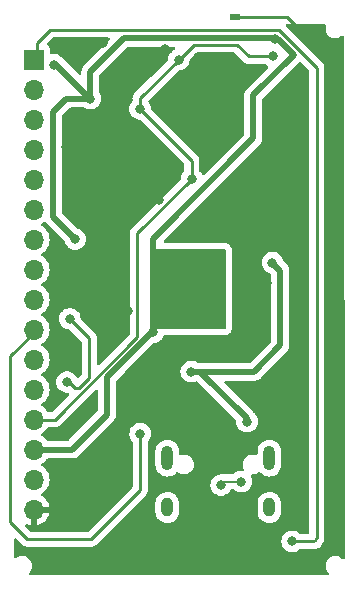
<source format=gbl>
%TF.GenerationSoftware,KiCad,Pcbnew,(6.0.10)*%
%TF.CreationDate,2023-01-26T00:46:22-05:00*%
%TF.ProjectId,espc4synth,65737063-3473-4796-9e74-682e6b696361,1*%
%TF.SameCoordinates,Original*%
%TF.FileFunction,Copper,L2,Bot*%
%TF.FilePolarity,Positive*%
%FSLAX46Y46*%
G04 Gerber Fmt 4.6, Leading zero omitted, Abs format (unit mm)*
G04 Created by KiCad (PCBNEW (6.0.10)) date 2023-01-26 00:46:22*
%MOMM*%
%LPD*%
G01*
G04 APERTURE LIST*
%TA.AperFunction,ComponentPad*%
%ADD10R,1.700000X1.700000*%
%TD*%
%TA.AperFunction,ComponentPad*%
%ADD11O,1.700000X1.700000*%
%TD*%
%TA.AperFunction,ComponentPad*%
%ADD12O,1.000000X1.600000*%
%TD*%
%TA.AperFunction,ComponentPad*%
%ADD13O,1.000000X2.100000*%
%TD*%
%TA.AperFunction,CastellatedPad*%
%ADD14O,1.000000X2.100000*%
%TD*%
%TA.AperFunction,ComponentPad*%
%ADD15R,0.900000X0.500000*%
%TD*%
%TA.AperFunction,ViaPad*%
%ADD16C,0.800000*%
%TD*%
%TA.AperFunction,Conductor*%
%ADD17C,0.250000*%
%TD*%
%TA.AperFunction,Conductor*%
%ADD18C,0.500000*%
%TD*%
%TA.AperFunction,Conductor*%
%ADD19C,0.200000*%
%TD*%
G04 APERTURE END LIST*
D10*
%TO.P,J2,1,Pin_1*%
%TO.N,/RESET*%
X15500000Y-35500000D03*
D11*
%TO.P,J2,2,Pin_2*%
%TO.N,/GPIO2*%
X15500000Y-38040000D03*
%TO.P,J2,3,Pin_3*%
%TO.N,/GPIO3*%
X15500000Y-40580000D03*
%TO.P,J2,4,Pin_4*%
%TO.N,/GPIO4*%
X15500000Y-43120000D03*
%TO.P,J2,5,Pin_5*%
%TO.N,/GPIO5*%
X15500000Y-45660000D03*
%TO.P,J2,6,Pin_6*%
%TO.N,/GPIO6*%
X15500000Y-48200000D03*
%TO.P,J2,7,Pin_7*%
%TO.N,/GPIO7*%
X15500000Y-50740000D03*
%TO.P,J2,8,Pin_8*%
%TO.N,/GPIO8*%
X15500000Y-53280000D03*
%TO.P,J2,9,Pin_9*%
%TO.N,/GPIO10*%
X15500000Y-55820000D03*
%TO.P,J2,10,Pin_10*%
%TO.N,/BOOT*%
X15500000Y-58360000D03*
%TO.P,J2,11,Pin_11*%
%TO.N,/GPIO20*%
X15500000Y-60900000D03*
%TO.P,J2,12,Pin_12*%
%TO.N,/GPIO21*%
X15500000Y-63440000D03*
%TO.P,J2,13,Pin_13*%
%TO.N,/3p3*%
X15500000Y-65980000D03*
%TO.P,J2,14,Pin_14*%
%TO.N,+3V3*%
X15500000Y-68520000D03*
%TO.P,J2,15,Pin_15*%
%TO.N,/DOUT*%
X15500000Y-71060000D03*
%TO.P,J2,16,Pin_16*%
%TO.N,GND*%
X15500000Y-73600000D03*
%TD*%
D12*
%TO.P,J1,*%
%TO.N,*%
X35470000Y-73424951D03*
D13*
X35470000Y-69244951D03*
D14*
X26830000Y-69244951D03*
D12*
%TO.P,J1,S1,SHIELD*%
%TO.N,unconnected-(J1-PadS1)*%
X26830000Y-73424951D03*
%TD*%
D15*
%TO.P,AE1,2*%
%TO.N,GND*%
X32550000Y-31900000D03*
%TD*%
D16*
%TO.N,+3V3*%
X28925000Y-53958333D03*
X26825000Y-57825000D03*
X28925000Y-55666666D03*
X31050000Y-55608332D03*
X26975000Y-52250000D03*
X31025000Y-52275000D03*
X31025000Y-53941666D03*
X28925000Y-52250000D03*
X35956115Y-33724500D03*
X20300000Y-38800000D03*
X17200000Y-35925000D03*
X19025000Y-50700000D03*
X31125000Y-57275000D03*
X25600000Y-58600000D03*
X28925000Y-57375000D03*
%TO.N,/BOOT*%
X24525000Y-67175000D03*
%TO.N,GND*%
X32650000Y-38200000D03*
X36005378Y-61930378D03*
X32700000Y-74050000D03*
X32400000Y-47500000D03*
X18650000Y-72750000D03*
X26600000Y-34574500D03*
X18274500Y-42880064D03*
X35825000Y-63375000D03*
X38125000Y-44500000D03*
X23525000Y-56750000D03*
X26093649Y-47381753D03*
X18500000Y-70200000D03*
X27924500Y-63299951D03*
X18372300Y-66922300D03*
X22600000Y-40500000D03*
X21375000Y-34124500D03*
X35225000Y-54400000D03*
X22050000Y-37100000D03*
X29400000Y-35250000D03*
X24675000Y-65050000D03*
X38225000Y-33150000D03*
X20820454Y-42679546D03*
X35850000Y-49175000D03*
X29950000Y-41200000D03*
%TO.N,/RESET*%
X37400000Y-76300000D03*
%TO.N,/USBC-*%
X31375000Y-71525000D03*
X33094622Y-71230378D03*
%TO.N,VBUS*%
X35725000Y-52700000D03*
X33575000Y-66150000D03*
X28850000Y-61924951D03*
%TO.N,/DOUT*%
X18325000Y-62800000D03*
X18575000Y-57450000D03*
%TO.N,/3p3*%
X27800000Y-35500000D03*
X24512701Y-39687299D03*
X35749951Y-35224549D03*
X28900000Y-45600000D03*
%TD*%
D17*
%TO.N,/DOUT*%
X19388604Y-63275000D02*
X19000000Y-63275000D01*
X20225000Y-62438604D02*
X19388604Y-63275000D01*
X18525000Y-62800000D02*
X18325000Y-62800000D01*
X20225000Y-59100000D02*
X20225000Y-62438604D01*
X19000000Y-63275000D02*
X18525000Y-62800000D01*
X18575000Y-57450000D02*
X20225000Y-59100000D01*
D18*
%TO.N,+3V3*%
X18275000Y-38800000D02*
X20300000Y-38800000D01*
X17150000Y-39925000D02*
X18275000Y-38800000D01*
X19025000Y-50700000D02*
X17150000Y-48825000D01*
X17150000Y-48825000D02*
X17150000Y-39925000D01*
X25513172Y-58600000D02*
X21700000Y-62413172D01*
X34100000Y-42175305D02*
X25600000Y-50675305D01*
X25600000Y-58600000D02*
X25513172Y-58600000D01*
X37561828Y-35075000D02*
X34100000Y-38536828D01*
X17425000Y-35925000D02*
X20300000Y-38800000D01*
X25600000Y-50675305D02*
X25600000Y-58600000D01*
X20300000Y-36550000D02*
X20300000Y-38800000D01*
X35956115Y-33724500D02*
X36211328Y-33724500D01*
X36211328Y-33724500D02*
X37561828Y-35075000D01*
X17200000Y-35925000D02*
X17425000Y-35925000D01*
X23175000Y-33675000D02*
X20300000Y-36550000D01*
X35956115Y-33724500D02*
X35906615Y-33675000D01*
X34100000Y-38536828D02*
X34100000Y-42175305D01*
X35906615Y-33675000D02*
X23175000Y-33675000D01*
X21700000Y-65575000D02*
X18755000Y-68520000D01*
X18755000Y-68520000D02*
X15750000Y-68520000D01*
X21700000Y-62413172D02*
X21700000Y-65575000D01*
D17*
%TO.N,/BOOT*%
X24525000Y-67175000D02*
X24525000Y-71975000D01*
X13500000Y-74625000D02*
X13500000Y-60610000D01*
X20400000Y-76100000D02*
X14975000Y-76100000D01*
X14975000Y-76100000D02*
X13500000Y-74625000D01*
X24525000Y-71975000D02*
X20400000Y-76100000D01*
X13500000Y-60610000D02*
X15750000Y-58360000D01*
%TO.N,GND*%
X32650000Y-38200000D02*
X32650000Y-38500000D01*
X29700000Y-35250000D02*
X29400000Y-35250000D01*
X18372300Y-66922300D02*
X18450000Y-67000000D01*
X32550000Y-31900000D02*
X36975000Y-31900000D01*
X36975000Y-31900000D02*
X38225000Y-33150000D01*
X20820454Y-42679546D02*
X20619936Y-42880064D01*
%TO.N,/RESET*%
X39475000Y-76050000D02*
X39475000Y-36175000D01*
X37400000Y-76300000D02*
X39225000Y-76300000D01*
X15750000Y-34100000D02*
X15750000Y-35500000D01*
X16850000Y-33000000D02*
X15750000Y-34100000D01*
X36300000Y-33000000D02*
X16850000Y-33000000D01*
X39475000Y-36175000D02*
X36300000Y-33000000D01*
X39475000Y-76050000D02*
G75*
G02*
X39225000Y-76300000I-250000J0D01*
G01*
D19*
%TO.N,/USBC-*%
X31669622Y-71230378D02*
X31375000Y-71525000D01*
X33094622Y-71230378D02*
X31669622Y-71230378D01*
D18*
%TO.N,VBUS*%
X33575000Y-65875000D02*
X33575000Y-66150000D01*
X34175049Y-61924951D02*
X36400000Y-59700000D01*
X36400000Y-53375000D02*
X35725000Y-52700000D01*
X36400000Y-59700000D02*
X36400000Y-53375000D01*
X28850000Y-61924951D02*
X29624951Y-61924951D01*
X28850000Y-61924951D02*
X34175049Y-61924951D01*
X29624951Y-61924951D02*
X33575000Y-65875000D01*
D17*
%TO.N,/3p3*%
X28900000Y-45600000D02*
X24300000Y-50200000D01*
X27800000Y-35500000D02*
X24512701Y-38787299D01*
X17320000Y-65980000D02*
X15750000Y-65980000D01*
X32724195Y-34250000D02*
X29050000Y-34250000D01*
X33698744Y-35224549D02*
X32724195Y-34250000D01*
X28900000Y-44074598D02*
X24512701Y-39687299D01*
X24300000Y-59000000D02*
X17320000Y-65980000D01*
X28900000Y-45600000D02*
X28900000Y-44074598D01*
X35749951Y-35224549D02*
X33698744Y-35224549D01*
X29050000Y-34250000D02*
X27800000Y-35500000D01*
X24512701Y-38787299D02*
X24512701Y-39687299D01*
X24300000Y-50200000D02*
X24300000Y-59000000D01*
%TD*%
%TA.AperFunction,Conductor*%
%TO.N,+3V3*%
G36*
X31717121Y-51545002D02*
G01*
X31763614Y-51598658D01*
X31775000Y-51651000D01*
X31775000Y-58199000D01*
X31754998Y-58267121D01*
X31701342Y-58313614D01*
X31649000Y-58325000D01*
X25776000Y-58325000D01*
X25707879Y-58304998D01*
X25661386Y-58251342D01*
X25650000Y-58199000D01*
X25650000Y-51651000D01*
X25670002Y-51582879D01*
X25723658Y-51536386D01*
X25776000Y-51525000D01*
X31649000Y-51525000D01*
X31717121Y-51545002D01*
G37*
%TD.AperFunction*%
%TD*%
%TA.AperFunction,Conductor*%
%TO.N,GND*%
G36*
X40203728Y-32490217D02*
G01*
X40250230Y-32543865D01*
X40260347Y-32614137D01*
X40252616Y-32643017D01*
X40249252Y-32651427D01*
X40248138Y-32658157D01*
X40248137Y-32658160D01*
X40225581Y-32794409D01*
X40219922Y-32828591D01*
X40229321Y-33007921D01*
X40277008Y-33181049D01*
X40360760Y-33339898D01*
X40476668Y-33477058D01*
X40482091Y-33481205D01*
X40482093Y-33481206D01*
X40613905Y-33581984D01*
X40613909Y-33581987D01*
X40619326Y-33586128D01*
X40625506Y-33589010D01*
X40625508Y-33589011D01*
X40775900Y-33659140D01*
X40775903Y-33659141D01*
X40782077Y-33662020D01*
X40788725Y-33663506D01*
X40788728Y-33663507D01*
X40952290Y-33700067D01*
X40952291Y-33700067D01*
X40957328Y-33701193D01*
X40962819Y-33701500D01*
X41094866Y-33701500D01*
X41228525Y-33686980D01*
X41328004Y-33653502D01*
X41392257Y-33631879D01*
X41392259Y-33631878D01*
X41398722Y-33629703D01*
X41552648Y-33537214D01*
X41599285Y-33493111D01*
X41662520Y-33460841D01*
X41733167Y-33467881D01*
X41788793Y-33511997D01*
X41811856Y-33584508D01*
X41865365Y-77689885D01*
X41845446Y-77758030D01*
X41791846Y-77804588D01*
X41721585Y-77814777D01*
X41656968Y-77785362D01*
X41643127Y-77771366D01*
X41627739Y-77753157D01*
X41627738Y-77753156D01*
X41623332Y-77747942D01*
X41570610Y-77707633D01*
X41486095Y-77643016D01*
X41486091Y-77643013D01*
X41480674Y-77638872D01*
X41474494Y-77635990D01*
X41474492Y-77635989D01*
X41324100Y-77565860D01*
X41324097Y-77565859D01*
X41317923Y-77562980D01*
X41311275Y-77561494D01*
X41311272Y-77561493D01*
X41147710Y-77524933D01*
X41147709Y-77524933D01*
X41142672Y-77523807D01*
X41137181Y-77523500D01*
X41005134Y-77523500D01*
X40871475Y-77538020D01*
X40801726Y-77561493D01*
X40707743Y-77593121D01*
X40707741Y-77593122D01*
X40701278Y-77595297D01*
X40547352Y-77687786D01*
X40542392Y-77692477D01*
X40542390Y-77692478D01*
X40458969Y-77771366D01*
X40416877Y-77811170D01*
X40315940Y-77959694D01*
X40249252Y-78126427D01*
X40219922Y-78303591D01*
X40229321Y-78482921D01*
X40277008Y-78656049D01*
X40360760Y-78814898D01*
X40476668Y-78952058D01*
X40482093Y-78956206D01*
X40487030Y-78960907D01*
X40485634Y-78962373D01*
X40521837Y-79011763D01*
X40526188Y-79082626D01*
X40491537Y-79144593D01*
X40428886Y-79177988D01*
X40403246Y-79180604D01*
X15211781Y-79161053D01*
X15143676Y-79140998D01*
X15097225Y-79087306D01*
X15087175Y-79017025D01*
X15116719Y-78952467D01*
X15125306Y-78943505D01*
X15178165Y-78893519D01*
X15178167Y-78893517D01*
X15183123Y-78888830D01*
X15284060Y-78740306D01*
X15350748Y-78573573D01*
X15366142Y-78480591D01*
X15378963Y-78403146D01*
X15378963Y-78403143D01*
X15380078Y-78396409D01*
X15370679Y-78217079D01*
X15322992Y-78043951D01*
X15239240Y-77885102D01*
X15123332Y-77747942D01*
X15070610Y-77707633D01*
X14986095Y-77643016D01*
X14986091Y-77643013D01*
X14980674Y-77638872D01*
X14974494Y-77635990D01*
X14974492Y-77635989D01*
X14824100Y-77565860D01*
X14824097Y-77565859D01*
X14817923Y-77562980D01*
X14811275Y-77561494D01*
X14811272Y-77561493D01*
X14647710Y-77524933D01*
X14647709Y-77524933D01*
X14642672Y-77523807D01*
X14637181Y-77523500D01*
X14505134Y-77523500D01*
X14371475Y-77538020D01*
X14301726Y-77561493D01*
X14207743Y-77593121D01*
X14207741Y-77593122D01*
X14201278Y-77595297D01*
X14047352Y-77687786D01*
X14042392Y-77692477D01*
X14042390Y-77692478D01*
X14026364Y-77707633D01*
X13963126Y-77739905D01*
X13892479Y-77732864D01*
X13836854Y-77688746D01*
X13813792Y-77616131D01*
X13813623Y-77166109D01*
X13813236Y-76138378D01*
X13833212Y-76070251D01*
X13886851Y-76023738D01*
X13957121Y-76013608D01*
X14021713Y-76043077D01*
X14028331Y-76049237D01*
X14471352Y-76492258D01*
X14478887Y-76500538D01*
X14483000Y-76507018D01*
X14521553Y-76543221D01*
X14532651Y-76553643D01*
X14535493Y-76556398D01*
X14555230Y-76576135D01*
X14558427Y-76578615D01*
X14567447Y-76586318D01*
X14599679Y-76616586D01*
X14606625Y-76620405D01*
X14606628Y-76620407D01*
X14617434Y-76626348D01*
X14633953Y-76637199D01*
X14649959Y-76649614D01*
X14657228Y-76652759D01*
X14657232Y-76652762D01*
X14690537Y-76667174D01*
X14701187Y-76672391D01*
X14739940Y-76693695D01*
X14747615Y-76695666D01*
X14747616Y-76695666D01*
X14759562Y-76698733D01*
X14778267Y-76705137D01*
X14796855Y-76713181D01*
X14804678Y-76714420D01*
X14804688Y-76714423D01*
X14840524Y-76720099D01*
X14852144Y-76722505D01*
X14883959Y-76730673D01*
X14894970Y-76733500D01*
X14915224Y-76733500D01*
X14934934Y-76735051D01*
X14954943Y-76738220D01*
X14962835Y-76737474D01*
X14981580Y-76735702D01*
X14998962Y-76734059D01*
X15010819Y-76733500D01*
X20321233Y-76733500D01*
X20332416Y-76734027D01*
X20339909Y-76735702D01*
X20347835Y-76735453D01*
X20347836Y-76735453D01*
X20407986Y-76733562D01*
X20411945Y-76733500D01*
X20439856Y-76733500D01*
X20443791Y-76733003D01*
X20443856Y-76732995D01*
X20455693Y-76732062D01*
X20487951Y-76731048D01*
X20491970Y-76730922D01*
X20499889Y-76730673D01*
X20519343Y-76725021D01*
X20538700Y-76721013D01*
X20550930Y-76719468D01*
X20550931Y-76719468D01*
X20558797Y-76718474D01*
X20566168Y-76715555D01*
X20566170Y-76715555D01*
X20599912Y-76702196D01*
X20611142Y-76698351D01*
X20645983Y-76688229D01*
X20645984Y-76688229D01*
X20653593Y-76686018D01*
X20660412Y-76681985D01*
X20660417Y-76681983D01*
X20671028Y-76675707D01*
X20688776Y-76667012D01*
X20707617Y-76659552D01*
X20743387Y-76633564D01*
X20753307Y-76627048D01*
X20784535Y-76608580D01*
X20784538Y-76608578D01*
X20791362Y-76604542D01*
X20805683Y-76590221D01*
X20820717Y-76577380D01*
X20830694Y-76570131D01*
X20837107Y-76565472D01*
X20865298Y-76531395D01*
X20873288Y-76522616D01*
X23621185Y-73774720D01*
X25821500Y-73774720D01*
X25821800Y-73777776D01*
X25821800Y-73777783D01*
X25822530Y-73785224D01*
X25835920Y-73921784D01*
X25893084Y-74111120D01*
X25985934Y-74285747D01*
X26048610Y-74362595D01*
X26107040Y-74434238D01*
X26107043Y-74434241D01*
X26110935Y-74439013D01*
X26115682Y-74442940D01*
X26115684Y-74442942D01*
X26258575Y-74561152D01*
X26258579Y-74561154D01*
X26263325Y-74565081D01*
X26437299Y-74659149D01*
X26626232Y-74717633D01*
X26632357Y-74718277D01*
X26632358Y-74718277D01*
X26816796Y-74737662D01*
X26816798Y-74737662D01*
X26822925Y-74738306D01*
X26905424Y-74730798D01*
X27013749Y-74720940D01*
X27013752Y-74720939D01*
X27019888Y-74720381D01*
X27025794Y-74718643D01*
X27025798Y-74718642D01*
X27130924Y-74687702D01*
X27209619Y-74664541D01*
X27215077Y-74661688D01*
X27215081Y-74661686D01*
X27305853Y-74614231D01*
X27384890Y-74572911D01*
X27539025Y-74448983D01*
X27666154Y-74297477D01*
X27669121Y-74292079D01*
X27669125Y-74292074D01*
X27758467Y-74129559D01*
X27761433Y-74124164D01*
X27763846Y-74116559D01*
X27819373Y-73941515D01*
X27819373Y-73941514D01*
X27821235Y-73935645D01*
X27838500Y-73781724D01*
X27838500Y-73774720D01*
X34461500Y-73774720D01*
X34461800Y-73777776D01*
X34461800Y-73777783D01*
X34462530Y-73785224D01*
X34475920Y-73921784D01*
X34533084Y-74111120D01*
X34625934Y-74285747D01*
X34688610Y-74362595D01*
X34747040Y-74434238D01*
X34747043Y-74434241D01*
X34750935Y-74439013D01*
X34755682Y-74442940D01*
X34755684Y-74442942D01*
X34898575Y-74561152D01*
X34898579Y-74561154D01*
X34903325Y-74565081D01*
X35077299Y-74659149D01*
X35266232Y-74717633D01*
X35272357Y-74718277D01*
X35272358Y-74718277D01*
X35456796Y-74737662D01*
X35456798Y-74737662D01*
X35462925Y-74738306D01*
X35545424Y-74730798D01*
X35653749Y-74720940D01*
X35653752Y-74720939D01*
X35659888Y-74720381D01*
X35665794Y-74718643D01*
X35665798Y-74718642D01*
X35770924Y-74687702D01*
X35849619Y-74664541D01*
X35855077Y-74661688D01*
X35855081Y-74661686D01*
X35945853Y-74614231D01*
X36024890Y-74572911D01*
X36179025Y-74448983D01*
X36306154Y-74297477D01*
X36309121Y-74292079D01*
X36309125Y-74292074D01*
X36398467Y-74129559D01*
X36401433Y-74124164D01*
X36403846Y-74116559D01*
X36459373Y-73941515D01*
X36459373Y-73941514D01*
X36461235Y-73935645D01*
X36478500Y-73781724D01*
X36478500Y-73075182D01*
X36477814Y-73068178D01*
X36464681Y-72934252D01*
X36464080Y-72928118D01*
X36406916Y-72738782D01*
X36314066Y-72564155D01*
X36216515Y-72444546D01*
X36192960Y-72415664D01*
X36192957Y-72415661D01*
X36189065Y-72410889D01*
X36182724Y-72405643D01*
X36041425Y-72288750D01*
X36041421Y-72288748D01*
X36036675Y-72284821D01*
X35862701Y-72190753D01*
X35673768Y-72132269D01*
X35667643Y-72131625D01*
X35667642Y-72131625D01*
X35483204Y-72112240D01*
X35483202Y-72112240D01*
X35477075Y-72111596D01*
X35394576Y-72119104D01*
X35286251Y-72128962D01*
X35286248Y-72128963D01*
X35280112Y-72129521D01*
X35274206Y-72131259D01*
X35274202Y-72131260D01*
X35169076Y-72162200D01*
X35090381Y-72185361D01*
X35084923Y-72188214D01*
X35084919Y-72188216D01*
X35024555Y-72219774D01*
X34915110Y-72276991D01*
X34760975Y-72400919D01*
X34633846Y-72552425D01*
X34630879Y-72557823D01*
X34630875Y-72557828D01*
X34627397Y-72564155D01*
X34538567Y-72725738D01*
X34536706Y-72731605D01*
X34536705Y-72731607D01*
X34482981Y-72900966D01*
X34478765Y-72914257D01*
X34461500Y-73068178D01*
X34461500Y-73774720D01*
X27838500Y-73774720D01*
X27838500Y-73075182D01*
X27837814Y-73068178D01*
X27824681Y-72934252D01*
X27824080Y-72928118D01*
X27766916Y-72738782D01*
X27674066Y-72564155D01*
X27576515Y-72444546D01*
X27552960Y-72415664D01*
X27552957Y-72415661D01*
X27549065Y-72410889D01*
X27542724Y-72405643D01*
X27401425Y-72288750D01*
X27401421Y-72288748D01*
X27396675Y-72284821D01*
X27222701Y-72190753D01*
X27033768Y-72132269D01*
X27027643Y-72131625D01*
X27027642Y-72131625D01*
X26843204Y-72112240D01*
X26843202Y-72112240D01*
X26837075Y-72111596D01*
X26754576Y-72119104D01*
X26646251Y-72128962D01*
X26646248Y-72128963D01*
X26640112Y-72129521D01*
X26634206Y-72131259D01*
X26634202Y-72131260D01*
X26529076Y-72162200D01*
X26450381Y-72185361D01*
X26444923Y-72188214D01*
X26444919Y-72188216D01*
X26384555Y-72219774D01*
X26275110Y-72276991D01*
X26120975Y-72400919D01*
X25993846Y-72552425D01*
X25990879Y-72557823D01*
X25990875Y-72557828D01*
X25987397Y-72564155D01*
X25898567Y-72725738D01*
X25896706Y-72731605D01*
X25896705Y-72731607D01*
X25842981Y-72900966D01*
X25838765Y-72914257D01*
X25821500Y-73068178D01*
X25821500Y-73774720D01*
X23621185Y-73774720D01*
X24917253Y-72478652D01*
X24925539Y-72471112D01*
X24932018Y-72467000D01*
X24978644Y-72417348D01*
X24981398Y-72414507D01*
X25001135Y-72394770D01*
X25003615Y-72391573D01*
X25011320Y-72382551D01*
X25036159Y-72356100D01*
X25041586Y-72350321D01*
X25045405Y-72343375D01*
X25045407Y-72343372D01*
X25051348Y-72332566D01*
X25062199Y-72316047D01*
X25069758Y-72306301D01*
X25074614Y-72300041D01*
X25077759Y-72292772D01*
X25077762Y-72292768D01*
X25092174Y-72259463D01*
X25097391Y-72248813D01*
X25118695Y-72210060D01*
X25123733Y-72190437D01*
X25130137Y-72171734D01*
X25135033Y-72160420D01*
X25135033Y-72160419D01*
X25138181Y-72153145D01*
X25139420Y-72145322D01*
X25139423Y-72145312D01*
X25145099Y-72109476D01*
X25147505Y-72097856D01*
X25156528Y-72062711D01*
X25156528Y-72062710D01*
X25158500Y-72055030D01*
X25158500Y-72034776D01*
X25160051Y-72015065D01*
X25161980Y-72002886D01*
X25163220Y-71995057D01*
X25159059Y-71951038D01*
X25158500Y-71939181D01*
X25158500Y-71525000D01*
X30461496Y-71525000D01*
X30462186Y-71531565D01*
X30475728Y-71660406D01*
X30481458Y-71714928D01*
X30540473Y-71896556D01*
X30635960Y-72061944D01*
X30640378Y-72066851D01*
X30640379Y-72066852D01*
X30739225Y-72176632D01*
X30763747Y-72203866D01*
X30856716Y-72271412D01*
X30886110Y-72292768D01*
X30918248Y-72316118D01*
X30924276Y-72318802D01*
X30924278Y-72318803D01*
X31086681Y-72391109D01*
X31092712Y-72393794D01*
X31185736Y-72413567D01*
X31273056Y-72432128D01*
X31273061Y-72432128D01*
X31279513Y-72433500D01*
X31470487Y-72433500D01*
X31476939Y-72432128D01*
X31476944Y-72432128D01*
X31564264Y-72413567D01*
X31657288Y-72393794D01*
X31663319Y-72391109D01*
X31825722Y-72318803D01*
X31825724Y-72318802D01*
X31831752Y-72316118D01*
X31863891Y-72292768D01*
X31893284Y-72271412D01*
X31986253Y-72203866D01*
X32010775Y-72176632D01*
X32109621Y-72066852D01*
X32109622Y-72066851D01*
X32114040Y-72061944D01*
X32206455Y-71901877D01*
X32257836Y-71852885D01*
X32315573Y-71838878D01*
X32363912Y-71838878D01*
X32432033Y-71858880D01*
X32457548Y-71880567D01*
X32477098Y-71902279D01*
X32483369Y-71909244D01*
X32504951Y-71924924D01*
X32629019Y-72015065D01*
X32637870Y-72021496D01*
X32643898Y-72024180D01*
X32643900Y-72024181D01*
X32806303Y-72096487D01*
X32812334Y-72099172D01*
X32905734Y-72119025D01*
X32992678Y-72137506D01*
X32992683Y-72137506D01*
X32999135Y-72138878D01*
X33190109Y-72138878D01*
X33196561Y-72137506D01*
X33196566Y-72137506D01*
X33283510Y-72119025D01*
X33376910Y-72099172D01*
X33382941Y-72096487D01*
X33545344Y-72024181D01*
X33545346Y-72024180D01*
X33551374Y-72021496D01*
X33560226Y-72015065D01*
X33658741Y-71943489D01*
X33705875Y-71909244D01*
X33794200Y-71811149D01*
X33829243Y-71772230D01*
X33829244Y-71772229D01*
X33833662Y-71767322D01*
X33929149Y-71601934D01*
X33988164Y-71420306D01*
X34008126Y-71230378D01*
X33997218Y-71126590D01*
X33988854Y-71047013D01*
X33988854Y-71047011D01*
X33988164Y-71040450D01*
X33929149Y-70858822D01*
X33893715Y-70797449D01*
X33876978Y-70728456D01*
X33900198Y-70661364D01*
X33956005Y-70617477D01*
X34002835Y-70608451D01*
X34085244Y-70608451D01*
X34220037Y-70593808D01*
X34345716Y-70551512D01*
X34385204Y-70538223D01*
X34385206Y-70538222D01*
X34391675Y-70536045D01*
X34546905Y-70442774D01*
X34547329Y-70443479D01*
X34608520Y-70420189D01*
X34677993Y-70434816D01*
X34715992Y-70466169D01*
X34750935Y-70509013D01*
X34755682Y-70512940D01*
X34755684Y-70512942D01*
X34898575Y-70631152D01*
X34898579Y-70631154D01*
X34903325Y-70635081D01*
X35077299Y-70729149D01*
X35266232Y-70787633D01*
X35272357Y-70788277D01*
X35272358Y-70788277D01*
X35456796Y-70807662D01*
X35456798Y-70807662D01*
X35462925Y-70808306D01*
X35545424Y-70800798D01*
X35653749Y-70790940D01*
X35653752Y-70790939D01*
X35659888Y-70790381D01*
X35665794Y-70788643D01*
X35665798Y-70788642D01*
X35838671Y-70737763D01*
X35849619Y-70734541D01*
X35855077Y-70731688D01*
X35855081Y-70731686D01*
X35945853Y-70684231D01*
X36024890Y-70642911D01*
X36179025Y-70518983D01*
X36306154Y-70367477D01*
X36309121Y-70362079D01*
X36309125Y-70362074D01*
X36398467Y-70199559D01*
X36401433Y-70194164D01*
X36403846Y-70186559D01*
X36459373Y-70011515D01*
X36459373Y-70011514D01*
X36461235Y-70005645D01*
X36478500Y-69851724D01*
X36478500Y-68645182D01*
X36477814Y-68638178D01*
X36464681Y-68504252D01*
X36464080Y-68498118D01*
X36406916Y-68308782D01*
X36314066Y-68134155D01*
X36243709Y-68047889D01*
X36192960Y-67985664D01*
X36192957Y-67985661D01*
X36189065Y-67980889D01*
X36182724Y-67975643D01*
X36041425Y-67858750D01*
X36041421Y-67858748D01*
X36036675Y-67854821D01*
X35862701Y-67760753D01*
X35673768Y-67702269D01*
X35667643Y-67701625D01*
X35667642Y-67701625D01*
X35483204Y-67682240D01*
X35483202Y-67682240D01*
X35477075Y-67681596D01*
X35403663Y-67688277D01*
X35286251Y-67698962D01*
X35286248Y-67698963D01*
X35280112Y-67699521D01*
X35274206Y-67701259D01*
X35274202Y-67701260D01*
X35169076Y-67732200D01*
X35090381Y-67755361D01*
X35084923Y-67758214D01*
X35084919Y-67758216D01*
X35017977Y-67793213D01*
X34915110Y-67846991D01*
X34760975Y-67970919D01*
X34633846Y-68122425D01*
X34630879Y-68127823D01*
X34630875Y-68127828D01*
X34627397Y-68134155D01*
X34538567Y-68295738D01*
X34536706Y-68301605D01*
X34536705Y-68301607D01*
X34480627Y-68478387D01*
X34478765Y-68484257D01*
X34461500Y-68638178D01*
X34461500Y-68857813D01*
X34441498Y-68925934D01*
X34387842Y-68972427D01*
X34317568Y-68982531D01*
X34308014Y-68980779D01*
X34138494Y-68942887D01*
X34138495Y-68942887D01*
X34133457Y-68941761D01*
X34127912Y-68941451D01*
X33994756Y-68941451D01*
X33859963Y-68956094D01*
X33741810Y-68995857D01*
X33694796Y-69011679D01*
X33694794Y-69011680D01*
X33688325Y-69013857D01*
X33533095Y-69107128D01*
X33528138Y-69111816D01*
X33528135Y-69111818D01*
X33417325Y-69216607D01*
X33401515Y-69231558D01*
X33397683Y-69237196D01*
X33397680Y-69237200D01*
X33333951Y-69330974D01*
X33299723Y-69381339D01*
X33232470Y-69549485D01*
X33231356Y-69556213D01*
X33231355Y-69556217D01*
X33209388Y-69688909D01*
X33202892Y-69728149D01*
X33203249Y-69734966D01*
X33203249Y-69734970D01*
X33208151Y-69828490D01*
X33212370Y-69908998D01*
X33214181Y-69915571D01*
X33214181Y-69915574D01*
X33236799Y-69997687D01*
X33260461Y-70083592D01*
X33288680Y-70137114D01*
X33302756Y-70206701D01*
X33276977Y-70272852D01*
X33219526Y-70314564D01*
X33177222Y-70321878D01*
X32999135Y-70321878D01*
X32992683Y-70323250D01*
X32992678Y-70323250D01*
X32905734Y-70341731D01*
X32812334Y-70361584D01*
X32806304Y-70364269D01*
X32806303Y-70364269D01*
X32643900Y-70436575D01*
X32643898Y-70436576D01*
X32637870Y-70439260D01*
X32632529Y-70443140D01*
X32632528Y-70443141D01*
X32504951Y-70535832D01*
X32483369Y-70551512D01*
X32478956Y-70556414D01*
X32478954Y-70556415D01*
X32457548Y-70580189D01*
X32397102Y-70617428D01*
X32363912Y-70621878D01*
X31717758Y-70621878D01*
X31701312Y-70620800D01*
X31677810Y-70617706D01*
X31669622Y-70616628D01*
X31637933Y-70620800D01*
X31629752Y-70621877D01*
X31629743Y-70621878D01*
X31629737Y-70621878D01*
X31568487Y-70629942D01*
X31525843Y-70628266D01*
X31476951Y-70617873D01*
X31476942Y-70617872D01*
X31470487Y-70616500D01*
X31279513Y-70616500D01*
X31273061Y-70617872D01*
X31273056Y-70617872D01*
X31192097Y-70635081D01*
X31092712Y-70656206D01*
X31086682Y-70658891D01*
X31086681Y-70658891D01*
X30924278Y-70731197D01*
X30924276Y-70731198D01*
X30918248Y-70733882D01*
X30763747Y-70846134D01*
X30635960Y-70988056D01*
X30594423Y-71060000D01*
X30554062Y-71129908D01*
X30540473Y-71153444D01*
X30481458Y-71335072D01*
X30461496Y-71525000D01*
X25158500Y-71525000D01*
X25158500Y-69844720D01*
X25821500Y-69844720D01*
X25821800Y-69847776D01*
X25821800Y-69847783D01*
X25822530Y-69855224D01*
X25835920Y-69991784D01*
X25837702Y-69997685D01*
X25837702Y-69997687D01*
X25856470Y-70059848D01*
X25893084Y-70181120D01*
X25985934Y-70355747D01*
X26041171Y-70423474D01*
X26107040Y-70504238D01*
X26107043Y-70504241D01*
X26110935Y-70509013D01*
X26115682Y-70512940D01*
X26115684Y-70512942D01*
X26258575Y-70631152D01*
X26258579Y-70631154D01*
X26263325Y-70635081D01*
X26437299Y-70729149D01*
X26626232Y-70787633D01*
X26632357Y-70788277D01*
X26632358Y-70788277D01*
X26816796Y-70807662D01*
X26816798Y-70807662D01*
X26822925Y-70808306D01*
X26905424Y-70800798D01*
X27013749Y-70790940D01*
X27013752Y-70790939D01*
X27019888Y-70790381D01*
X27025794Y-70788643D01*
X27025798Y-70788642D01*
X27198671Y-70737763D01*
X27209619Y-70734541D01*
X27215077Y-70731688D01*
X27215081Y-70731686D01*
X27305853Y-70684231D01*
X27384890Y-70642911D01*
X27539025Y-70518983D01*
X27587400Y-70461332D01*
X27646507Y-70422007D01*
X27717494Y-70420881D01*
X27760448Y-70442229D01*
X27820257Y-70487957D01*
X27820261Y-70487960D01*
X27825678Y-70492101D01*
X27912372Y-70532527D01*
X27983631Y-70565756D01*
X27983634Y-70565757D01*
X27989808Y-70568636D01*
X27996456Y-70570122D01*
X27996459Y-70570123D01*
X28102421Y-70593808D01*
X28166543Y-70608141D01*
X28172088Y-70608451D01*
X28305244Y-70608451D01*
X28440037Y-70593808D01*
X28565716Y-70551512D01*
X28605204Y-70538223D01*
X28605206Y-70538222D01*
X28611675Y-70536045D01*
X28766905Y-70442774D01*
X28771862Y-70438086D01*
X28771865Y-70438084D01*
X28893527Y-70323033D01*
X28893529Y-70323031D01*
X28898485Y-70318344D01*
X28902317Y-70312706D01*
X28902320Y-70312702D01*
X28996442Y-70174206D01*
X29000277Y-70168563D01*
X29067530Y-70000417D01*
X29068644Y-69993689D01*
X29068645Y-69993685D01*
X29095993Y-69828490D01*
X29095993Y-69828487D01*
X29097108Y-69821753D01*
X29095021Y-69781921D01*
X29087987Y-69647717D01*
X29087630Y-69640904D01*
X29064304Y-69556217D01*
X29041352Y-69472892D01*
X29039539Y-69466310D01*
X28955078Y-69306115D01*
X28950673Y-69300902D01*
X28950670Y-69300898D01*
X28842594Y-69173008D01*
X28842590Y-69173004D01*
X28838187Y-69167794D01*
X28832762Y-69163646D01*
X28699743Y-69061945D01*
X28699739Y-69061942D01*
X28694322Y-69057801D01*
X28536478Y-68984197D01*
X28536369Y-68984146D01*
X28536366Y-68984145D01*
X28530192Y-68981266D01*
X28523544Y-68979780D01*
X28523541Y-68979779D01*
X28358494Y-68942887D01*
X28358495Y-68942887D01*
X28353457Y-68941761D01*
X28347912Y-68941451D01*
X28214756Y-68941451D01*
X28079963Y-68956094D01*
X28004688Y-68981427D01*
X27933747Y-68984197D01*
X27872568Y-68948174D01*
X27840577Y-68884793D01*
X27838500Y-68862008D01*
X27838500Y-68645182D01*
X27837814Y-68638178D01*
X27824681Y-68504252D01*
X27824080Y-68498118D01*
X27766916Y-68308782D01*
X27674066Y-68134155D01*
X27603709Y-68047889D01*
X27552960Y-67985664D01*
X27552957Y-67985661D01*
X27549065Y-67980889D01*
X27542724Y-67975643D01*
X27401425Y-67858750D01*
X27401421Y-67858748D01*
X27396675Y-67854821D01*
X27222701Y-67760753D01*
X27033768Y-67702269D01*
X27027643Y-67701625D01*
X27027642Y-67701625D01*
X26843204Y-67682240D01*
X26843202Y-67682240D01*
X26837075Y-67681596D01*
X26763663Y-67688277D01*
X26646251Y-67698962D01*
X26646248Y-67698963D01*
X26640112Y-67699521D01*
X26634206Y-67701259D01*
X26634202Y-67701260D01*
X26529076Y-67732200D01*
X26450381Y-67755361D01*
X26444923Y-67758214D01*
X26444919Y-67758216D01*
X26377977Y-67793213D01*
X26275110Y-67846991D01*
X26120975Y-67970919D01*
X25993846Y-68122425D01*
X25990879Y-68127823D01*
X25990875Y-68127828D01*
X25987397Y-68134155D01*
X25898567Y-68295738D01*
X25896706Y-68301605D01*
X25896705Y-68301607D01*
X25840627Y-68478387D01*
X25838765Y-68484257D01*
X25821500Y-68638178D01*
X25821500Y-69844720D01*
X25158500Y-69844720D01*
X25158500Y-67877524D01*
X25178502Y-67809403D01*
X25190858Y-67793221D01*
X25264040Y-67711944D01*
X25359527Y-67546556D01*
X25418542Y-67364928D01*
X25429218Y-67263357D01*
X25437814Y-67181565D01*
X25438504Y-67175000D01*
X25426115Y-67057128D01*
X25419232Y-66991635D01*
X25419232Y-66991633D01*
X25418542Y-66985072D01*
X25359527Y-66803444D01*
X25264040Y-66638056D01*
X25243913Y-66615702D01*
X25140675Y-66501045D01*
X25140674Y-66501044D01*
X25136253Y-66496134D01*
X24981752Y-66383882D01*
X24975724Y-66381198D01*
X24975722Y-66381197D01*
X24813319Y-66308891D01*
X24813318Y-66308891D01*
X24807288Y-66306206D01*
X24713887Y-66286353D01*
X24626944Y-66267872D01*
X24626939Y-66267872D01*
X24620487Y-66266500D01*
X24429513Y-66266500D01*
X24423061Y-66267872D01*
X24423056Y-66267872D01*
X24336113Y-66286353D01*
X24242712Y-66306206D01*
X24236682Y-66308891D01*
X24236681Y-66308891D01*
X24074278Y-66381197D01*
X24074276Y-66381198D01*
X24068248Y-66383882D01*
X23913747Y-66496134D01*
X23909326Y-66501044D01*
X23909325Y-66501045D01*
X23806088Y-66615702D01*
X23785960Y-66638056D01*
X23690473Y-66803444D01*
X23631458Y-66985072D01*
X23630768Y-66991633D01*
X23630768Y-66991635D01*
X23623885Y-67057128D01*
X23611496Y-67175000D01*
X23612186Y-67181565D01*
X23620783Y-67263357D01*
X23631458Y-67364928D01*
X23690473Y-67546556D01*
X23785960Y-67711944D01*
X23859137Y-67793215D01*
X23889853Y-67857221D01*
X23891500Y-67877524D01*
X23891500Y-71660406D01*
X23871498Y-71728527D01*
X23854595Y-71749501D01*
X20174500Y-75429595D01*
X20112188Y-75463621D01*
X20085405Y-75466500D01*
X15289594Y-75466500D01*
X15221473Y-75446498D01*
X15200499Y-75429595D01*
X14824771Y-75053867D01*
X14790745Y-74991555D01*
X14795810Y-74920740D01*
X14838357Y-74863904D01*
X14904877Y-74839093D01*
X14958815Y-74847062D01*
X15115001Y-74906703D01*
X15124899Y-74909579D01*
X15228250Y-74930606D01*
X15242299Y-74929410D01*
X15246000Y-74919065D01*
X15246000Y-74918517D01*
X15754000Y-74918517D01*
X15758064Y-74932359D01*
X15771478Y-74934393D01*
X15778184Y-74933534D01*
X15788262Y-74931392D01*
X15992255Y-74870191D01*
X16001842Y-74866433D01*
X16193095Y-74772739D01*
X16201945Y-74767464D01*
X16375328Y-74643792D01*
X16383200Y-74637139D01*
X16534052Y-74486812D01*
X16540730Y-74478965D01*
X16665003Y-74306020D01*
X16670313Y-74297183D01*
X16764670Y-74106267D01*
X16768469Y-74096672D01*
X16830377Y-73892910D01*
X16832555Y-73882837D01*
X16833986Y-73871962D01*
X16831775Y-73857778D01*
X16818617Y-73854000D01*
X15772115Y-73854000D01*
X15756876Y-73858475D01*
X15755671Y-73859865D01*
X15754000Y-73867548D01*
X15754000Y-74918517D01*
X15246000Y-74918517D01*
X15246000Y-73472000D01*
X15266002Y-73403879D01*
X15319658Y-73357386D01*
X15372000Y-73346000D01*
X16818344Y-73346000D01*
X16831875Y-73342027D01*
X16833180Y-73332947D01*
X16791214Y-73165875D01*
X16787894Y-73156124D01*
X16702972Y-72960814D01*
X16698105Y-72951739D01*
X16582426Y-72772926D01*
X16576136Y-72764757D01*
X16432806Y-72607240D01*
X16425273Y-72600215D01*
X16258139Y-72468222D01*
X16249556Y-72462520D01*
X16212602Y-72442120D01*
X16162631Y-72391687D01*
X16147859Y-72322245D01*
X16172975Y-72255839D01*
X16200327Y-72229232D01*
X16235889Y-72203866D01*
X16379860Y-72101173D01*
X16384563Y-72096487D01*
X16494267Y-71987165D01*
X16538096Y-71943489D01*
X16562704Y-71909244D01*
X16665435Y-71766277D01*
X16668453Y-71762077D01*
X16674669Y-71749501D01*
X16765136Y-71566453D01*
X16765137Y-71566451D01*
X16767430Y-71561811D01*
X16832370Y-71348069D01*
X16861529Y-71126590D01*
X16863156Y-71060000D01*
X16844852Y-70837361D01*
X16790431Y-70620702D01*
X16701354Y-70415840D01*
X16641455Y-70323250D01*
X16582822Y-70232617D01*
X16582820Y-70232614D01*
X16580014Y-70228277D01*
X16429670Y-70063051D01*
X16425619Y-70059852D01*
X16425615Y-70059848D01*
X16258414Y-69927800D01*
X16258410Y-69927798D01*
X16254359Y-69924598D01*
X16213053Y-69901796D01*
X16163084Y-69851364D01*
X16148312Y-69781921D01*
X16173428Y-69715516D01*
X16200780Y-69688909D01*
X16258529Y-69647717D01*
X16379860Y-69561173D01*
X16384834Y-69556217D01*
X16534435Y-69407137D01*
X16538096Y-69403489D01*
X16590203Y-69330974D01*
X16646198Y-69287326D01*
X16692526Y-69278500D01*
X18687930Y-69278500D01*
X18706880Y-69279933D01*
X18721115Y-69282099D01*
X18721119Y-69282099D01*
X18728349Y-69283199D01*
X18735641Y-69282606D01*
X18735644Y-69282606D01*
X18781018Y-69278915D01*
X18791233Y-69278500D01*
X18799293Y-69278500D01*
X18812583Y-69276951D01*
X18827507Y-69275211D01*
X18831882Y-69274778D01*
X18897339Y-69269454D01*
X18897342Y-69269453D01*
X18904637Y-69268860D01*
X18911601Y-69266604D01*
X18917560Y-69265413D01*
X18923415Y-69264029D01*
X18930681Y-69263182D01*
X18999327Y-69238265D01*
X19003455Y-69236848D01*
X19065936Y-69216607D01*
X19065938Y-69216606D01*
X19072899Y-69214351D01*
X19079154Y-69210555D01*
X19084628Y-69208049D01*
X19090058Y-69205330D01*
X19096937Y-69202833D01*
X19103058Y-69198820D01*
X19157976Y-69162814D01*
X19161680Y-69160477D01*
X19224107Y-69122595D01*
X19232484Y-69115197D01*
X19232508Y-69115224D01*
X19235500Y-69112571D01*
X19238733Y-69109868D01*
X19244852Y-69105856D01*
X19298128Y-69049617D01*
X19300506Y-69047175D01*
X22188911Y-66158770D01*
X22203323Y-66146384D01*
X22214918Y-66137851D01*
X22214923Y-66137846D01*
X22220818Y-66133508D01*
X22225557Y-66127930D01*
X22225560Y-66127927D01*
X22255035Y-66093232D01*
X22261965Y-66085716D01*
X22267660Y-66080021D01*
X22285281Y-66057749D01*
X22288072Y-66054345D01*
X22330591Y-66004297D01*
X22330592Y-66004295D01*
X22335333Y-65998715D01*
X22338661Y-65992199D01*
X22342028Y-65987150D01*
X22345195Y-65982021D01*
X22349734Y-65976284D01*
X22380655Y-65910125D01*
X22382561Y-65906225D01*
X22415769Y-65841192D01*
X22417508Y-65834084D01*
X22419607Y-65828441D01*
X22421524Y-65822678D01*
X22424622Y-65816050D01*
X22439487Y-65744583D01*
X22440457Y-65740299D01*
X22456473Y-65674845D01*
X22457808Y-65669390D01*
X22458500Y-65658236D01*
X22458536Y-65658238D01*
X22458775Y-65654245D01*
X22459149Y-65650053D01*
X22460640Y-65642885D01*
X22458546Y-65565479D01*
X22458500Y-65562072D01*
X22458500Y-62779543D01*
X22478502Y-62711422D01*
X22495405Y-62690448D01*
X23260902Y-61924951D01*
X27936496Y-61924951D01*
X27937186Y-61931516D01*
X27945785Y-62013327D01*
X27956458Y-62114879D01*
X28015473Y-62296507D01*
X28110960Y-62461895D01*
X28115378Y-62466802D01*
X28115379Y-62466803D01*
X28234325Y-62598906D01*
X28238747Y-62603817D01*
X28323836Y-62665638D01*
X28348925Y-62683866D01*
X28393248Y-62716069D01*
X28399276Y-62718753D01*
X28399278Y-62718754D01*
X28561679Y-62791059D01*
X28567712Y-62793745D01*
X28661112Y-62813598D01*
X28748056Y-62832079D01*
X28748061Y-62832079D01*
X28754513Y-62833451D01*
X28945487Y-62833451D01*
X28951939Y-62832079D01*
X28951944Y-62832079D01*
X29038888Y-62813598D01*
X29132288Y-62793745D01*
X29138315Y-62791062D01*
X29138323Y-62791059D01*
X29252993Y-62740005D01*
X29323360Y-62730571D01*
X29387657Y-62760678D01*
X29393336Y-62766017D01*
X32630015Y-66002696D01*
X32664041Y-66065008D01*
X32666230Y-66104961D01*
X32661496Y-66150000D01*
X32662186Y-66156565D01*
X32677770Y-66304834D01*
X32681458Y-66339928D01*
X32740473Y-66521556D01*
X32743776Y-66527278D01*
X32743777Y-66527279D01*
X32775484Y-66582196D01*
X32835960Y-66686944D01*
X32840378Y-66691851D01*
X32840379Y-66691852D01*
X32935040Y-66796984D01*
X32963747Y-66828866D01*
X33118248Y-66941118D01*
X33124276Y-66943802D01*
X33124278Y-66943803D01*
X33286681Y-67016109D01*
X33292712Y-67018794D01*
X33386113Y-67038647D01*
X33473056Y-67057128D01*
X33473061Y-67057128D01*
X33479513Y-67058500D01*
X33670487Y-67058500D01*
X33676939Y-67057128D01*
X33676944Y-67057128D01*
X33763887Y-67038647D01*
X33857288Y-67018794D01*
X33863319Y-67016109D01*
X34025722Y-66943803D01*
X34025724Y-66943802D01*
X34031752Y-66941118D01*
X34186253Y-66828866D01*
X34214960Y-66796984D01*
X34309621Y-66691852D01*
X34309622Y-66691851D01*
X34314040Y-66686944D01*
X34374516Y-66582196D01*
X34406223Y-66527279D01*
X34406224Y-66527278D01*
X34409527Y-66521556D01*
X34468542Y-66339928D01*
X34472231Y-66304834D01*
X34487814Y-66156565D01*
X34488504Y-66150000D01*
X34478450Y-66054345D01*
X34469232Y-65966635D01*
X34469232Y-65966633D01*
X34468542Y-65960072D01*
X34409527Y-65778444D01*
X34314040Y-65613056D01*
X34286243Y-65582184D01*
X34269659Y-65556938D01*
X34269361Y-65557119D01*
X34269352Y-65557104D01*
X34269351Y-65557101D01*
X34268875Y-65556316D01*
X34267861Y-65554201D01*
X34265319Y-65550331D01*
X34263045Y-65545364D01*
X34260330Y-65539942D01*
X34257833Y-65533063D01*
X34253820Y-65526942D01*
X34217814Y-65472024D01*
X34215467Y-65468305D01*
X34177595Y-65405893D01*
X34170197Y-65397516D01*
X34170224Y-65397492D01*
X34167571Y-65394500D01*
X34164868Y-65391267D01*
X34160856Y-65385148D01*
X34104617Y-65331872D01*
X34102175Y-65329494D01*
X31671227Y-62898546D01*
X31637201Y-62836234D01*
X31642266Y-62765419D01*
X31684813Y-62708583D01*
X31751333Y-62683772D01*
X31760322Y-62683451D01*
X34107979Y-62683451D01*
X34126929Y-62684884D01*
X34141164Y-62687050D01*
X34141168Y-62687050D01*
X34148398Y-62688150D01*
X34155690Y-62687557D01*
X34155693Y-62687557D01*
X34201067Y-62683866D01*
X34211282Y-62683451D01*
X34219342Y-62683451D01*
X34232632Y-62681902D01*
X34247556Y-62680162D01*
X34251931Y-62679729D01*
X34317388Y-62674405D01*
X34317391Y-62674404D01*
X34324686Y-62673811D01*
X34331650Y-62671555D01*
X34337609Y-62670364D01*
X34343464Y-62668980D01*
X34350730Y-62668133D01*
X34419376Y-62643216D01*
X34423504Y-62641799D01*
X34485985Y-62621558D01*
X34485987Y-62621557D01*
X34492948Y-62619302D01*
X34499203Y-62615506D01*
X34504677Y-62613000D01*
X34510107Y-62610281D01*
X34516986Y-62607784D01*
X34549585Y-62586411D01*
X34578025Y-62567765D01*
X34581729Y-62565428D01*
X34644156Y-62527546D01*
X34652533Y-62520148D01*
X34652557Y-62520175D01*
X34655549Y-62517522D01*
X34658782Y-62514819D01*
X34664901Y-62510807D01*
X34718177Y-62454568D01*
X34720555Y-62452126D01*
X36888911Y-60283770D01*
X36903323Y-60271384D01*
X36914918Y-60262851D01*
X36914923Y-60262846D01*
X36920818Y-60258508D01*
X36925557Y-60252930D01*
X36925560Y-60252927D01*
X36955035Y-60218232D01*
X36961965Y-60210716D01*
X36967660Y-60205021D01*
X36985281Y-60182749D01*
X36988072Y-60179345D01*
X37030591Y-60129297D01*
X37030592Y-60129295D01*
X37035333Y-60123715D01*
X37038661Y-60117199D01*
X37042028Y-60112150D01*
X37045195Y-60107021D01*
X37049734Y-60101284D01*
X37080655Y-60035125D01*
X37082561Y-60031225D01*
X37115769Y-59966192D01*
X37117508Y-59959083D01*
X37119604Y-59953449D01*
X37121523Y-59947679D01*
X37124622Y-59941050D01*
X37139491Y-59869565D01*
X37140461Y-59865282D01*
X37156473Y-59799844D01*
X37157808Y-59794390D01*
X37158500Y-59783236D01*
X37158535Y-59783238D01*
X37158775Y-59779266D01*
X37159152Y-59775045D01*
X37160641Y-59767885D01*
X37158546Y-59690458D01*
X37158500Y-59687050D01*
X37158500Y-53442069D01*
X37159933Y-53423118D01*
X37162099Y-53408883D01*
X37162099Y-53408881D01*
X37163199Y-53401651D01*
X37158915Y-53348982D01*
X37158500Y-53338767D01*
X37158500Y-53330707D01*
X37155211Y-53302493D01*
X37154778Y-53298118D01*
X37149454Y-53232661D01*
X37149453Y-53232658D01*
X37148860Y-53225363D01*
X37146604Y-53218399D01*
X37145413Y-53212440D01*
X37144029Y-53206585D01*
X37143182Y-53199319D01*
X37118265Y-53130673D01*
X37116848Y-53126545D01*
X37096607Y-53064064D01*
X37096606Y-53064062D01*
X37094351Y-53057101D01*
X37090555Y-53050846D01*
X37088049Y-53045372D01*
X37085330Y-53039942D01*
X37082833Y-53033063D01*
X37042814Y-52972024D01*
X37040467Y-52968305D01*
X37002595Y-52905893D01*
X36995197Y-52897516D01*
X36995224Y-52897492D01*
X36992571Y-52894500D01*
X36989868Y-52891267D01*
X36985856Y-52885148D01*
X36929617Y-52831872D01*
X36927175Y-52829494D01*
X36645125Y-52547444D01*
X36614387Y-52497285D01*
X36599874Y-52452617D01*
X36559527Y-52328444D01*
X36464040Y-52163056D01*
X36450304Y-52147800D01*
X36340675Y-52026045D01*
X36340674Y-52026044D01*
X36336253Y-52021134D01*
X36237157Y-51949136D01*
X36187094Y-51912763D01*
X36187093Y-51912762D01*
X36181752Y-51908882D01*
X36175724Y-51906198D01*
X36175722Y-51906197D01*
X36013319Y-51833891D01*
X36013318Y-51833891D01*
X36007288Y-51831206D01*
X35913887Y-51811353D01*
X35826944Y-51792872D01*
X35826939Y-51792872D01*
X35820487Y-51791500D01*
X35629513Y-51791500D01*
X35623061Y-51792872D01*
X35623056Y-51792872D01*
X35536112Y-51811353D01*
X35442712Y-51831206D01*
X35436682Y-51833891D01*
X35436681Y-51833891D01*
X35274278Y-51906197D01*
X35274276Y-51906198D01*
X35268248Y-51908882D01*
X35262907Y-51912762D01*
X35262906Y-51912763D01*
X35212843Y-51949136D01*
X35113747Y-52021134D01*
X35109326Y-52026044D01*
X35109325Y-52026045D01*
X34999697Y-52147800D01*
X34985960Y-52163056D01*
X34890473Y-52328444D01*
X34831458Y-52510072D01*
X34811496Y-52700000D01*
X34812186Y-52706565D01*
X34826812Y-52845720D01*
X34831458Y-52889928D01*
X34890473Y-53071556D01*
X34985960Y-53236944D01*
X34990378Y-53241851D01*
X34990379Y-53241852D01*
X35086839Y-53348982D01*
X35113747Y-53378866D01*
X35268248Y-53491118D01*
X35274276Y-53493802D01*
X35274278Y-53493803D01*
X35429561Y-53562939D01*
X35442712Y-53568794D01*
X35449167Y-53570166D01*
X35449176Y-53570169D01*
X35505772Y-53582199D01*
X35568669Y-53616350D01*
X35604595Y-53652276D01*
X35638621Y-53714588D01*
X35641500Y-53741371D01*
X35641500Y-59333629D01*
X35621498Y-59401750D01*
X35604595Y-59422724D01*
X33897773Y-61129546D01*
X33835461Y-61163572D01*
X33808678Y-61166451D01*
X29712892Y-61166451D01*
X29701691Y-61165952D01*
X29700001Y-61165801D01*
X29692836Y-61164311D01*
X29632176Y-61165952D01*
X29615430Y-61166405D01*
X29612023Y-61166451D01*
X29392587Y-61166451D01*
X29318528Y-61142388D01*
X29312098Y-61137716D01*
X29312091Y-61137712D01*
X29306752Y-61133833D01*
X29300724Y-61131149D01*
X29300722Y-61131148D01*
X29138319Y-61058842D01*
X29138318Y-61058842D01*
X29132288Y-61056157D01*
X29038887Y-61036304D01*
X28951944Y-61017823D01*
X28951939Y-61017823D01*
X28945487Y-61016451D01*
X28754513Y-61016451D01*
X28748061Y-61017823D01*
X28748056Y-61017823D01*
X28661113Y-61036304D01*
X28567712Y-61056157D01*
X28561682Y-61058842D01*
X28561681Y-61058842D01*
X28399278Y-61131148D01*
X28399276Y-61131149D01*
X28393248Y-61133833D01*
X28387907Y-61137713D01*
X28387906Y-61137714D01*
X28381473Y-61142388D01*
X28238747Y-61246085D01*
X28234326Y-61250995D01*
X28234325Y-61250996D01*
X28162739Y-61330501D01*
X28110960Y-61388007D01*
X28015473Y-61553395D01*
X27956458Y-61735023D01*
X27936496Y-61924951D01*
X23260902Y-61924951D01*
X25646066Y-59539787D01*
X25708963Y-59505636D01*
X25882288Y-59468794D01*
X25888319Y-59466109D01*
X26050722Y-59393803D01*
X26050724Y-59393802D01*
X26056752Y-59391118D01*
X26064046Y-59385819D01*
X26112157Y-59350864D01*
X26211253Y-59278866D01*
X26258680Y-59226193D01*
X26334621Y-59141852D01*
X26334622Y-59141851D01*
X26339040Y-59136944D01*
X26434527Y-58971556D01*
X26437858Y-58961306D01*
X26449471Y-58925564D01*
X26489544Y-58866958D01*
X26554941Y-58839321D01*
X26569304Y-58838500D01*
X31649000Y-58838500D01*
X31652346Y-58838140D01*
X31652351Y-58838140D01*
X31754785Y-58827128D01*
X31754792Y-58827127D01*
X31758149Y-58826766D01*
X31787258Y-58820434D01*
X31807210Y-58816094D01*
X31807215Y-58816093D01*
X31810491Y-58815380D01*
X31914657Y-58780710D01*
X32037612Y-58701692D01*
X32054223Y-58687299D01*
X32087875Y-58658139D01*
X32091268Y-58655199D01*
X32112299Y-58630928D01*
X32181081Y-58551550D01*
X32181083Y-58551547D01*
X32186982Y-58544739D01*
X32247698Y-58411790D01*
X32262905Y-58360000D01*
X32266431Y-58347992D01*
X32266432Y-58347988D01*
X32267700Y-58343669D01*
X32269400Y-58331851D01*
X32287861Y-58203447D01*
X32287861Y-58203442D01*
X32288500Y-58199000D01*
X32288500Y-51651000D01*
X32285935Y-51627137D01*
X32277128Y-51545215D01*
X32277127Y-51545208D01*
X32276766Y-51541851D01*
X32265380Y-51489509D01*
X32230710Y-51385343D01*
X32151692Y-51262388D01*
X32137885Y-51246453D01*
X32108139Y-51212125D01*
X32105199Y-51208732D01*
X32095933Y-51200703D01*
X32001550Y-51118919D01*
X32001547Y-51118917D01*
X31994739Y-51113018D01*
X31861790Y-51052302D01*
X31838036Y-51045327D01*
X31797992Y-51033569D01*
X31797988Y-51033568D01*
X31793669Y-51032300D01*
X31789220Y-51031660D01*
X31789214Y-51031659D01*
X31653447Y-51012139D01*
X31653442Y-51012139D01*
X31649000Y-51011500D01*
X26640676Y-51011500D01*
X26572555Y-50991498D01*
X26526062Y-50937842D01*
X26515958Y-50867568D01*
X26545452Y-50802988D01*
X26551581Y-50796405D01*
X34588911Y-42759075D01*
X34603323Y-42746689D01*
X34614918Y-42738156D01*
X34614923Y-42738151D01*
X34620818Y-42733813D01*
X34625557Y-42728235D01*
X34625560Y-42728232D01*
X34655035Y-42693537D01*
X34661965Y-42686021D01*
X34667660Y-42680326D01*
X34685281Y-42658054D01*
X34688072Y-42654650D01*
X34730591Y-42604602D01*
X34730592Y-42604600D01*
X34735333Y-42599020D01*
X34738661Y-42592504D01*
X34742028Y-42587455D01*
X34745195Y-42582326D01*
X34749734Y-42576589D01*
X34780655Y-42510430D01*
X34782561Y-42506530D01*
X34815769Y-42441497D01*
X34817508Y-42434389D01*
X34819607Y-42428746D01*
X34821524Y-42422983D01*
X34824622Y-42416355D01*
X34839487Y-42344888D01*
X34840457Y-42340604D01*
X34856473Y-42275150D01*
X34857808Y-42269695D01*
X34858500Y-42258541D01*
X34858536Y-42258543D01*
X34858775Y-42254550D01*
X34859149Y-42250358D01*
X34860640Y-42243190D01*
X34858546Y-42165784D01*
X34858500Y-42162377D01*
X34858500Y-38903199D01*
X34878502Y-38835078D01*
X34895405Y-38814104D01*
X37967707Y-35741802D01*
X38030019Y-35707776D01*
X38100834Y-35712841D01*
X38145897Y-35741802D01*
X38804595Y-36400500D01*
X38838621Y-36462812D01*
X38841500Y-36489595D01*
X38841500Y-75540500D01*
X38821498Y-75608621D01*
X38767842Y-75655114D01*
X38715500Y-75666500D01*
X38108200Y-75666500D01*
X38040079Y-75646498D01*
X38020853Y-75630157D01*
X38020580Y-75630460D01*
X38015668Y-75626037D01*
X38011253Y-75621134D01*
X37856752Y-75508882D01*
X37850724Y-75506198D01*
X37850722Y-75506197D01*
X37688319Y-75433891D01*
X37688318Y-75433891D01*
X37682288Y-75431206D01*
X37588887Y-75411353D01*
X37501944Y-75392872D01*
X37501939Y-75392872D01*
X37495487Y-75391500D01*
X37304513Y-75391500D01*
X37298061Y-75392872D01*
X37298056Y-75392872D01*
X37211113Y-75411353D01*
X37117712Y-75431206D01*
X37111682Y-75433891D01*
X37111681Y-75433891D01*
X36949278Y-75506197D01*
X36949276Y-75506198D01*
X36943248Y-75508882D01*
X36788747Y-75621134D01*
X36660960Y-75763056D01*
X36565473Y-75928444D01*
X36506458Y-76110072D01*
X36486496Y-76300000D01*
X36506458Y-76489928D01*
X36565473Y-76671556D01*
X36568776Y-76677278D01*
X36568777Y-76677279D01*
X36571493Y-76681983D01*
X36660960Y-76836944D01*
X36665378Y-76841851D01*
X36665379Y-76841852D01*
X36752050Y-76938110D01*
X36788747Y-76978866D01*
X36943248Y-77091118D01*
X36949276Y-77093802D01*
X36949278Y-77093803D01*
X37111681Y-77166109D01*
X37117712Y-77168794D01*
X37211113Y-77188647D01*
X37298056Y-77207128D01*
X37298061Y-77207128D01*
X37304513Y-77208500D01*
X37495487Y-77208500D01*
X37501939Y-77207128D01*
X37501944Y-77207128D01*
X37588887Y-77188647D01*
X37682288Y-77168794D01*
X37688319Y-77166109D01*
X37850722Y-77093803D01*
X37850724Y-77093802D01*
X37856752Y-77091118D01*
X38011253Y-76978866D01*
X38015668Y-76973963D01*
X38020580Y-76969540D01*
X38021705Y-76970789D01*
X38075014Y-76937949D01*
X38108200Y-76933500D01*
X39171005Y-76933500D01*
X39188759Y-76934757D01*
X39211636Y-76938013D01*
X39217789Y-76938077D01*
X39220866Y-76938110D01*
X39220871Y-76938110D01*
X39225000Y-76938153D01*
X39240411Y-76936288D01*
X39243171Y-76935985D01*
X39398196Y-76920717D01*
X39564737Y-76870197D01*
X39570192Y-76867281D01*
X39570195Y-76867280D01*
X39648922Y-76825199D01*
X39718221Y-76788158D01*
X39852752Y-76677752D01*
X39963158Y-76543221D01*
X40045197Y-76389737D01*
X40095717Y-76223196D01*
X40096324Y-76217035D01*
X40096325Y-76217029D01*
X40101701Y-76162442D01*
X40105053Y-76143457D01*
X40106528Y-76137713D01*
X40106528Y-76137709D01*
X40108500Y-76130030D01*
X40108500Y-76103995D01*
X40109757Y-76086242D01*
X40112432Y-76067447D01*
X40112432Y-76067446D01*
X40113013Y-76063364D01*
X40113153Y-76050000D01*
X40109413Y-76019093D01*
X40108500Y-76003958D01*
X40108500Y-36253767D01*
X40109027Y-36242584D01*
X40110702Y-36235091D01*
X40108562Y-36167014D01*
X40108500Y-36163055D01*
X40108500Y-36135144D01*
X40107995Y-36131144D01*
X40107062Y-36119301D01*
X40106264Y-36093894D01*
X40105673Y-36075111D01*
X40100021Y-36055657D01*
X40096013Y-36036300D01*
X40094468Y-36024070D01*
X40094468Y-36024069D01*
X40093474Y-36016203D01*
X40085900Y-35997073D01*
X40077196Y-35975088D01*
X40073351Y-35963858D01*
X40063229Y-35929017D01*
X40063229Y-35929016D01*
X40061018Y-35921407D01*
X40056985Y-35914588D01*
X40056983Y-35914583D01*
X40050707Y-35903972D01*
X40042012Y-35886224D01*
X40034552Y-35867383D01*
X40028898Y-35859600D01*
X40008564Y-35831613D01*
X40002048Y-35821693D01*
X39983580Y-35790465D01*
X39983578Y-35790462D01*
X39979542Y-35783638D01*
X39965221Y-35769317D01*
X39952380Y-35754283D01*
X39940472Y-35737893D01*
X39906395Y-35709702D01*
X39897616Y-35701712D01*
X36881780Y-32685875D01*
X36847754Y-32623563D01*
X36852819Y-32552747D01*
X36895366Y-32495912D01*
X36961886Y-32471101D01*
X36970845Y-32470780D01*
X38710393Y-32470476D01*
X40135604Y-32470227D01*
X40203728Y-32490217D01*
G37*
%TD.AperFunction*%
%TA.AperFunction,Conductor*%
G36*
X20859532Y-63440538D02*
G01*
X20916368Y-63483085D01*
X20941179Y-63549605D01*
X20941500Y-63558594D01*
X20941500Y-65208629D01*
X20921498Y-65276750D01*
X20904595Y-65297724D01*
X18477724Y-67724595D01*
X18415412Y-67758621D01*
X18388629Y-67761500D01*
X16695939Y-67761500D01*
X16627818Y-67741498D01*
X16590147Y-67703941D01*
X16589066Y-67702269D01*
X16580014Y-67688277D01*
X16429670Y-67523051D01*
X16425619Y-67519852D01*
X16425615Y-67519848D01*
X16258414Y-67387800D01*
X16258410Y-67387798D01*
X16254359Y-67384598D01*
X16213053Y-67361796D01*
X16163084Y-67311364D01*
X16148312Y-67241921D01*
X16173428Y-67175516D01*
X16200780Y-67148909D01*
X16244603Y-67117650D01*
X16379860Y-67021173D01*
X16409502Y-66991635D01*
X16534435Y-66867137D01*
X16538096Y-66863489D01*
X16581243Y-66803444D01*
X16665435Y-66686277D01*
X16668453Y-66682077D01*
X16670746Y-66677437D01*
X16672446Y-66674608D01*
X16724674Y-66626518D01*
X16780451Y-66613500D01*
X17241233Y-66613500D01*
X17252416Y-66614027D01*
X17259909Y-66615702D01*
X17267835Y-66615453D01*
X17267836Y-66615453D01*
X17327986Y-66613562D01*
X17331945Y-66613500D01*
X17359856Y-66613500D01*
X17363791Y-66613003D01*
X17363856Y-66612995D01*
X17375693Y-66612062D01*
X17407951Y-66611048D01*
X17411970Y-66610922D01*
X17419889Y-66610673D01*
X17439343Y-66605021D01*
X17458700Y-66601013D01*
X17470930Y-66599468D01*
X17470931Y-66599468D01*
X17478797Y-66598474D01*
X17486168Y-66595555D01*
X17486170Y-66595555D01*
X17519912Y-66582196D01*
X17531142Y-66578351D01*
X17565983Y-66568229D01*
X17565984Y-66568229D01*
X17573593Y-66566018D01*
X17580412Y-66561985D01*
X17580417Y-66561983D01*
X17591028Y-66555707D01*
X17608776Y-66547012D01*
X17627617Y-66539552D01*
X17663387Y-66513564D01*
X17673307Y-66507048D01*
X17704535Y-66488580D01*
X17704538Y-66488578D01*
X17711362Y-66484542D01*
X17725683Y-66470221D01*
X17740717Y-66457380D01*
X17750694Y-66450131D01*
X17757107Y-66445472D01*
X17785298Y-66411395D01*
X17793288Y-66402616D01*
X20726405Y-63469499D01*
X20788717Y-63435473D01*
X20859532Y-63440538D01*
G37*
%TD.AperFunction*%
%TA.AperFunction,Conductor*%
G36*
X27437103Y-34453502D02*
G01*
X27483596Y-34507158D01*
X27493700Y-34577432D01*
X27464206Y-34642012D01*
X27420231Y-34674607D01*
X27349278Y-34706197D01*
X27349276Y-34706198D01*
X27343248Y-34708882D01*
X27188747Y-34821134D01*
X27184326Y-34826044D01*
X27184325Y-34826045D01*
X27098302Y-34921584D01*
X27060960Y-34963056D01*
X26965473Y-35128444D01*
X26906458Y-35310072D01*
X26905768Y-35316633D01*
X26905768Y-35316635D01*
X26889093Y-35475293D01*
X26862080Y-35540950D01*
X26852878Y-35551218D01*
X25450357Y-36953738D01*
X24120448Y-38283647D01*
X24112162Y-38291187D01*
X24105683Y-38295299D01*
X24100258Y-38301076D01*
X24059058Y-38344950D01*
X24056303Y-38347792D01*
X24036566Y-38367529D01*
X24034086Y-38370726D01*
X24026383Y-38379746D01*
X23996115Y-38411978D01*
X23992296Y-38418924D01*
X23992294Y-38418927D01*
X23986353Y-38429733D01*
X23975502Y-38446252D01*
X23963087Y-38462258D01*
X23959942Y-38469527D01*
X23959939Y-38469531D01*
X23945527Y-38502836D01*
X23940310Y-38513486D01*
X23919006Y-38552239D01*
X23917035Y-38559914D01*
X23917035Y-38559915D01*
X23913968Y-38571861D01*
X23907564Y-38590565D01*
X23899520Y-38609154D01*
X23898281Y-38616977D01*
X23898278Y-38616987D01*
X23892602Y-38652823D01*
X23890196Y-38664443D01*
X23879201Y-38707269D01*
X23879201Y-38727523D01*
X23877650Y-38747233D01*
X23874481Y-38767242D01*
X23875227Y-38775134D01*
X23878642Y-38811260D01*
X23879201Y-38823118D01*
X23879201Y-38984775D01*
X23859199Y-39052896D01*
X23846843Y-39069078D01*
X23773661Y-39150355D01*
X23745301Y-39199476D01*
X23681967Y-39309174D01*
X23678174Y-39315743D01*
X23619159Y-39497371D01*
X23618469Y-39503932D01*
X23618469Y-39503934D01*
X23612117Y-39564373D01*
X23599197Y-39687299D01*
X23619159Y-39877227D01*
X23678174Y-40058855D01*
X23681477Y-40064577D01*
X23681478Y-40064578D01*
X23715387Y-40123309D01*
X23773661Y-40224243D01*
X23901448Y-40366165D01*
X24055949Y-40478417D01*
X24061977Y-40481101D01*
X24061979Y-40481102D01*
X24220885Y-40551851D01*
X24230413Y-40556093D01*
X24323814Y-40575946D01*
X24410757Y-40594427D01*
X24410762Y-40594427D01*
X24417214Y-40595799D01*
X24473107Y-40595799D01*
X24541228Y-40615801D01*
X24562202Y-40632704D01*
X28229595Y-44300098D01*
X28263621Y-44362410D01*
X28266500Y-44389193D01*
X28266500Y-44897476D01*
X28246498Y-44965597D01*
X28234142Y-44981779D01*
X28160960Y-45063056D01*
X28065473Y-45228444D01*
X28006458Y-45410072D01*
X28005768Y-45416633D01*
X28005768Y-45416635D01*
X27989093Y-45575292D01*
X27962080Y-45640949D01*
X27952878Y-45651217D01*
X23907747Y-49696348D01*
X23899461Y-49703888D01*
X23892982Y-49708000D01*
X23887557Y-49713777D01*
X23846357Y-49757651D01*
X23843602Y-49760493D01*
X23823865Y-49780230D01*
X23821385Y-49783427D01*
X23813682Y-49792447D01*
X23783414Y-49824679D01*
X23779595Y-49831625D01*
X23779593Y-49831628D01*
X23773652Y-49842434D01*
X23762801Y-49858953D01*
X23750386Y-49874959D01*
X23747241Y-49882228D01*
X23747238Y-49882232D01*
X23732826Y-49915537D01*
X23727609Y-49926187D01*
X23706305Y-49964940D01*
X23704334Y-49972615D01*
X23704334Y-49972616D01*
X23701267Y-49984562D01*
X23694863Y-50003266D01*
X23686819Y-50021855D01*
X23685580Y-50029678D01*
X23685577Y-50029688D01*
X23679901Y-50065524D01*
X23677495Y-50077144D01*
X23672695Y-50095840D01*
X23666500Y-50119970D01*
X23666500Y-50140224D01*
X23664949Y-50159934D01*
X23661780Y-50179943D01*
X23662526Y-50187835D01*
X23665941Y-50223961D01*
X23666500Y-50235819D01*
X23666500Y-58685406D01*
X23646498Y-58753527D01*
X23629595Y-58774501D01*
X21073595Y-61330501D01*
X21011283Y-61364527D01*
X20940468Y-61359462D01*
X20883632Y-61316915D01*
X20858821Y-61250395D01*
X20858500Y-61241406D01*
X20858500Y-59178763D01*
X20859027Y-59167579D01*
X20860701Y-59160091D01*
X20858562Y-59092032D01*
X20858500Y-59088075D01*
X20858500Y-59060144D01*
X20857994Y-59056138D01*
X20857061Y-59044292D01*
X20855922Y-59008037D01*
X20855673Y-59000110D01*
X20850022Y-58980658D01*
X20846014Y-58961306D01*
X20844468Y-58949068D01*
X20844467Y-58949066D01*
X20843474Y-58941203D01*
X20827194Y-58900086D01*
X20823359Y-58888885D01*
X20811018Y-58846406D01*
X20806985Y-58839587D01*
X20806983Y-58839582D01*
X20800707Y-58828971D01*
X20792010Y-58811221D01*
X20784552Y-58792383D01*
X20758571Y-58756623D01*
X20752053Y-58746701D01*
X20733578Y-58715460D01*
X20733574Y-58715455D01*
X20729542Y-58708637D01*
X20715218Y-58694313D01*
X20702376Y-58679278D01*
X20690472Y-58662893D01*
X20656406Y-58634711D01*
X20647627Y-58626722D01*
X19522122Y-57501217D01*
X19488096Y-57438905D01*
X19485907Y-57425292D01*
X19469232Y-57266635D01*
X19469232Y-57266633D01*
X19468542Y-57260072D01*
X19409527Y-57078444D01*
X19314040Y-56913056D01*
X19267325Y-56861173D01*
X19190675Y-56776045D01*
X19190674Y-56776044D01*
X19186253Y-56771134D01*
X19031752Y-56658882D01*
X19025724Y-56656198D01*
X19025722Y-56656197D01*
X18863319Y-56583891D01*
X18863318Y-56583891D01*
X18857288Y-56581206D01*
X18763888Y-56561353D01*
X18676944Y-56542872D01*
X18676939Y-56542872D01*
X18670487Y-56541500D01*
X18479513Y-56541500D01*
X18473061Y-56542872D01*
X18473056Y-56542872D01*
X18386112Y-56561353D01*
X18292712Y-56581206D01*
X18286682Y-56583891D01*
X18286681Y-56583891D01*
X18124278Y-56656197D01*
X18124276Y-56656198D01*
X18118248Y-56658882D01*
X17963747Y-56771134D01*
X17959326Y-56776044D01*
X17959325Y-56776045D01*
X17882676Y-56861173D01*
X17835960Y-56913056D01*
X17740473Y-57078444D01*
X17681458Y-57260072D01*
X17680768Y-57266633D01*
X17680768Y-57266635D01*
X17672598Y-57344373D01*
X17661496Y-57450000D01*
X17681458Y-57639928D01*
X17740473Y-57821556D01*
X17835960Y-57986944D01*
X17963747Y-58128866D01*
X18118248Y-58241118D01*
X18124276Y-58243802D01*
X18124278Y-58243803D01*
X18286681Y-58316109D01*
X18292712Y-58318794D01*
X18386113Y-58338647D01*
X18473056Y-58357128D01*
X18473061Y-58357128D01*
X18479513Y-58358500D01*
X18535406Y-58358500D01*
X18603527Y-58378502D01*
X18624501Y-58395405D01*
X19554595Y-59325499D01*
X19588621Y-59387811D01*
X19591500Y-59414594D01*
X19591500Y-62124009D01*
X19571498Y-62192130D01*
X19554595Y-62213105D01*
X19341423Y-62426276D01*
X19279111Y-62460301D01*
X19208295Y-62455236D01*
X19151460Y-62412689D01*
X19143209Y-62400180D01*
X19067341Y-62268774D01*
X19064040Y-62263056D01*
X19035505Y-62231364D01*
X18940675Y-62126045D01*
X18940674Y-62126044D01*
X18936253Y-62121134D01*
X18781752Y-62008882D01*
X18775724Y-62006198D01*
X18775722Y-62006197D01*
X18613319Y-61933891D01*
X18613318Y-61933891D01*
X18607288Y-61931206D01*
X18513888Y-61911353D01*
X18426944Y-61892872D01*
X18426939Y-61892872D01*
X18420487Y-61891500D01*
X18229513Y-61891500D01*
X18223061Y-61892872D01*
X18223056Y-61892872D01*
X18136112Y-61911353D01*
X18042712Y-61931206D01*
X18036682Y-61933891D01*
X18036681Y-61933891D01*
X17874278Y-62006197D01*
X17874276Y-62006198D01*
X17868248Y-62008882D01*
X17713747Y-62121134D01*
X17709326Y-62126044D01*
X17709325Y-62126045D01*
X17614496Y-62231364D01*
X17585960Y-62263056D01*
X17582659Y-62268774D01*
X17494982Y-62420635D01*
X17490473Y-62428444D01*
X17431458Y-62610072D01*
X17430768Y-62616633D01*
X17430768Y-62616635D01*
X17425121Y-62670364D01*
X17411496Y-62800000D01*
X17431458Y-62989928D01*
X17490473Y-63171556D01*
X17493776Y-63177278D01*
X17493777Y-63177279D01*
X17514021Y-63212342D01*
X17585960Y-63336944D01*
X17713747Y-63478866D01*
X17868248Y-63591118D01*
X17874276Y-63593802D01*
X17874278Y-63593803D01*
X18036681Y-63666109D01*
X18042712Y-63668794D01*
X18135157Y-63688444D01*
X18223056Y-63707128D01*
X18223061Y-63707128D01*
X18229513Y-63708500D01*
X18391405Y-63708500D01*
X18459526Y-63728502D01*
X18506019Y-63782158D01*
X18516123Y-63852432D01*
X18486629Y-63917012D01*
X18480500Y-63923595D01*
X17094500Y-65309595D01*
X17032188Y-65343621D01*
X17005405Y-65346500D01*
X16776805Y-65346500D01*
X16708684Y-65326498D01*
X16671013Y-65288940D01*
X16582822Y-65152617D01*
X16582820Y-65152614D01*
X16580014Y-65148277D01*
X16429670Y-64983051D01*
X16425619Y-64979852D01*
X16425615Y-64979848D01*
X16258414Y-64847800D01*
X16258410Y-64847798D01*
X16254359Y-64844598D01*
X16213053Y-64821796D01*
X16163084Y-64771364D01*
X16148312Y-64701921D01*
X16173428Y-64635516D01*
X16200780Y-64608909D01*
X16244603Y-64577650D01*
X16379860Y-64481173D01*
X16538096Y-64323489D01*
X16585885Y-64256984D01*
X16665435Y-64146277D01*
X16668453Y-64142077D01*
X16767430Y-63941811D01*
X16814863Y-63785692D01*
X16830865Y-63733023D01*
X16830865Y-63733021D01*
X16832370Y-63728069D01*
X16861529Y-63506590D01*
X16862112Y-63482749D01*
X16863074Y-63443365D01*
X16863074Y-63443361D01*
X16863156Y-63440000D01*
X16844852Y-63217361D01*
X16790431Y-63000702D01*
X16701354Y-62795840D01*
X16626354Y-62679907D01*
X16582822Y-62612617D01*
X16582820Y-62612614D01*
X16580014Y-62608277D01*
X16429670Y-62443051D01*
X16425619Y-62439852D01*
X16425615Y-62439848D01*
X16258414Y-62307800D01*
X16258410Y-62307798D01*
X16254359Y-62304598D01*
X16213053Y-62281796D01*
X16163084Y-62231364D01*
X16148312Y-62161921D01*
X16173428Y-62095516D01*
X16200780Y-62068909D01*
X16244603Y-62037650D01*
X16379860Y-61941173D01*
X16387168Y-61933891D01*
X16534435Y-61787137D01*
X16538096Y-61783489D01*
X16585885Y-61716984D01*
X16665435Y-61606277D01*
X16668453Y-61602077D01*
X16695342Y-61547672D01*
X16765136Y-61406453D01*
X16765137Y-61406451D01*
X16767430Y-61401811D01*
X16832370Y-61188069D01*
X16861529Y-60966590D01*
X16863156Y-60900000D01*
X16844852Y-60677361D01*
X16790431Y-60460702D01*
X16701354Y-60255840D01*
X16619490Y-60129297D01*
X16582822Y-60072617D01*
X16582820Y-60072614D01*
X16580014Y-60068277D01*
X16429670Y-59903051D01*
X16425619Y-59899852D01*
X16425615Y-59899848D01*
X16258414Y-59767800D01*
X16258410Y-59767798D01*
X16254359Y-59764598D01*
X16213053Y-59741796D01*
X16163084Y-59691364D01*
X16148312Y-59621921D01*
X16173428Y-59555516D01*
X16200780Y-59528909D01*
X16285058Y-59468794D01*
X16379860Y-59401173D01*
X16538096Y-59243489D01*
X16550525Y-59226193D01*
X16665435Y-59066277D01*
X16668453Y-59062077D01*
X16702844Y-58992493D01*
X16765136Y-58866453D01*
X16765137Y-58866451D01*
X16767430Y-58861811D01*
X16816078Y-58701692D01*
X16830865Y-58653023D01*
X16830865Y-58653021D01*
X16832370Y-58648069D01*
X16861529Y-58426590D01*
X16863156Y-58360000D01*
X16844852Y-58137361D01*
X16790431Y-57920702D01*
X16701354Y-57715840D01*
X16580014Y-57528277D01*
X16429670Y-57363051D01*
X16425619Y-57359852D01*
X16425615Y-57359848D01*
X16258414Y-57227800D01*
X16258410Y-57227798D01*
X16254359Y-57224598D01*
X16213053Y-57201796D01*
X16163084Y-57151364D01*
X16148312Y-57081921D01*
X16173428Y-57015516D01*
X16200780Y-56988909D01*
X16244603Y-56957650D01*
X16379860Y-56861173D01*
X16538096Y-56703489D01*
X16567361Y-56662763D01*
X16665435Y-56526277D01*
X16668453Y-56522077D01*
X16767430Y-56321811D01*
X16832370Y-56108069D01*
X16861529Y-55886590D01*
X16863156Y-55820000D01*
X16844852Y-55597361D01*
X16790431Y-55380702D01*
X16701354Y-55175840D01*
X16580014Y-54988277D01*
X16429670Y-54823051D01*
X16425619Y-54819852D01*
X16425615Y-54819848D01*
X16258414Y-54687800D01*
X16258410Y-54687798D01*
X16254359Y-54684598D01*
X16213053Y-54661796D01*
X16163084Y-54611364D01*
X16148312Y-54541921D01*
X16173428Y-54475516D01*
X16200780Y-54448909D01*
X16244603Y-54417650D01*
X16379860Y-54321173D01*
X16538096Y-54163489D01*
X16597594Y-54080689D01*
X16665435Y-53986277D01*
X16668453Y-53982077D01*
X16767430Y-53781811D01*
X16832370Y-53568069D01*
X16861529Y-53346590D01*
X16862006Y-53327063D01*
X16863074Y-53283365D01*
X16863074Y-53283361D01*
X16863156Y-53280000D01*
X16844852Y-53057361D01*
X16790431Y-52840702D01*
X16701354Y-52635840D01*
X16644168Y-52547444D01*
X16582822Y-52452617D01*
X16582820Y-52452614D01*
X16580014Y-52448277D01*
X16429670Y-52283051D01*
X16425619Y-52279852D01*
X16425615Y-52279848D01*
X16258414Y-52147800D01*
X16258410Y-52147798D01*
X16254359Y-52144598D01*
X16213053Y-52121796D01*
X16163084Y-52071364D01*
X16148312Y-52001921D01*
X16173428Y-51935516D01*
X16200780Y-51908909D01*
X16244603Y-51877650D01*
X16379860Y-51781173D01*
X16538096Y-51623489D01*
X16579328Y-51566109D01*
X16665435Y-51446277D01*
X16668453Y-51442077D01*
X16767430Y-51241811D01*
X16824440Y-51054171D01*
X16830865Y-51033023D01*
X16830865Y-51033021D01*
X16832370Y-51028069D01*
X16861529Y-50806590D01*
X16863156Y-50740000D01*
X16844852Y-50517361D01*
X16790431Y-50300702D01*
X16701354Y-50095840D01*
X16653491Y-50021855D01*
X16582822Y-49912617D01*
X16582820Y-49912614D01*
X16580014Y-49908277D01*
X16429670Y-49743051D01*
X16425619Y-49739852D01*
X16425615Y-49739848D01*
X16258414Y-49607800D01*
X16258410Y-49607798D01*
X16254359Y-49604598D01*
X16213053Y-49581796D01*
X16163084Y-49531364D01*
X16148312Y-49461921D01*
X16173428Y-49395516D01*
X16200780Y-49368909D01*
X16363891Y-49252564D01*
X16430964Y-49229290D01*
X16499973Y-49245974D01*
X16540319Y-49285418D01*
X16541170Y-49284792D01*
X16544491Y-49289306D01*
X16547405Y-49294107D01*
X16551121Y-49298315D01*
X16551122Y-49298316D01*
X16554803Y-49302484D01*
X16554776Y-49302508D01*
X16557429Y-49305500D01*
X16560132Y-49308733D01*
X16564144Y-49314852D01*
X16569456Y-49319884D01*
X16620383Y-49368128D01*
X16622825Y-49370506D01*
X18104875Y-50852556D01*
X18135613Y-50902714D01*
X18190473Y-51071556D01*
X18193776Y-51077278D01*
X18193777Y-51077279D01*
X18214411Y-51113018D01*
X18285960Y-51236944D01*
X18290378Y-51241851D01*
X18290379Y-51241852D01*
X18409325Y-51373955D01*
X18413747Y-51378866D01*
X18494364Y-51437438D01*
X18561643Y-51486319D01*
X18568248Y-51491118D01*
X18574276Y-51493802D01*
X18574278Y-51493803D01*
X18689467Y-51545088D01*
X18742712Y-51568794D01*
X18836112Y-51588647D01*
X18923056Y-51607128D01*
X18923061Y-51607128D01*
X18929513Y-51608500D01*
X19120487Y-51608500D01*
X19126939Y-51607128D01*
X19126944Y-51607128D01*
X19213888Y-51588647D01*
X19307288Y-51568794D01*
X19360533Y-51545088D01*
X19475722Y-51493803D01*
X19475724Y-51493802D01*
X19481752Y-51491118D01*
X19488358Y-51486319D01*
X19555636Y-51437438D01*
X19636253Y-51378866D01*
X19640675Y-51373955D01*
X19759621Y-51241852D01*
X19759622Y-51241851D01*
X19764040Y-51236944D01*
X19835589Y-51113018D01*
X19856223Y-51077279D01*
X19856224Y-51077278D01*
X19859527Y-51071556D01*
X19918542Y-50889928D01*
X19938504Y-50700000D01*
X19918542Y-50510072D01*
X19859527Y-50328444D01*
X19764040Y-50163056D01*
X19707796Y-50100590D01*
X19640675Y-50026045D01*
X19640674Y-50026044D01*
X19636253Y-50021134D01*
X19537157Y-49949136D01*
X19487094Y-49912763D01*
X19487093Y-49912762D01*
X19481752Y-49908882D01*
X19475724Y-49906198D01*
X19475722Y-49906197D01*
X19313319Y-49833891D01*
X19313318Y-49833891D01*
X19307288Y-49831206D01*
X19300833Y-49829834D01*
X19300824Y-49829831D01*
X19244228Y-49817801D01*
X19181331Y-49783650D01*
X17945405Y-48547724D01*
X17911379Y-48485412D01*
X17908500Y-48458629D01*
X17908500Y-40291371D01*
X17928502Y-40223250D01*
X17945405Y-40202276D01*
X18552276Y-39595405D01*
X18614588Y-39561379D01*
X18641371Y-39558500D01*
X19757413Y-39558500D01*
X19831472Y-39582563D01*
X19837902Y-39587235D01*
X19837909Y-39587239D01*
X19843248Y-39591118D01*
X19849276Y-39593802D01*
X19849278Y-39593803D01*
X20011681Y-39666109D01*
X20017712Y-39668794D01*
X20104771Y-39687299D01*
X20198056Y-39707128D01*
X20198061Y-39707128D01*
X20204513Y-39708500D01*
X20395487Y-39708500D01*
X20401939Y-39707128D01*
X20401944Y-39707128D01*
X20495229Y-39687299D01*
X20582288Y-39668794D01*
X20588319Y-39666109D01*
X20750722Y-39593803D01*
X20750724Y-39593802D01*
X20756752Y-39591118D01*
X20762097Y-39587235D01*
X20812157Y-39550864D01*
X20911253Y-39478866D01*
X20944354Y-39442104D01*
X21034621Y-39341852D01*
X21034622Y-39341851D01*
X21039040Y-39336944D01*
X21134527Y-39171556D01*
X21193542Y-38989928D01*
X21196971Y-38957308D01*
X21212814Y-38806565D01*
X21213504Y-38800000D01*
X21206929Y-38737438D01*
X21194232Y-38616635D01*
X21194232Y-38616633D01*
X21193542Y-38610072D01*
X21134527Y-38428444D01*
X21129033Y-38418927D01*
X21100426Y-38369379D01*
X21075381Y-38326000D01*
X21058500Y-38263001D01*
X21058500Y-36916371D01*
X21078502Y-36848250D01*
X21095405Y-36827276D01*
X23452276Y-34470405D01*
X23514588Y-34436379D01*
X23541371Y-34433500D01*
X27368982Y-34433500D01*
X27437103Y-34453502D01*
G37*
%TD.AperFunction*%
%TA.AperFunction,Conductor*%
G36*
X32477722Y-34903502D02*
G01*
X32498696Y-34920405D01*
X33195087Y-35616796D01*
X33202631Y-35625086D01*
X33206744Y-35631567D01*
X33212521Y-35636992D01*
X33256411Y-35678207D01*
X33259253Y-35680962D01*
X33278974Y-35700683D01*
X33282169Y-35703161D01*
X33291191Y-35710867D01*
X33323423Y-35741135D01*
X33330372Y-35744955D01*
X33341176Y-35750895D01*
X33357700Y-35761748D01*
X33373703Y-35774162D01*
X33414287Y-35791725D01*
X33424917Y-35796932D01*
X33463684Y-35818244D01*
X33471361Y-35820215D01*
X33471366Y-35820217D01*
X33483302Y-35823281D01*
X33502010Y-35829686D01*
X33520599Y-35837730D01*
X33528424Y-35838969D01*
X33528426Y-35838970D01*
X33564263Y-35844646D01*
X33575884Y-35847053D01*
X33611033Y-35856077D01*
X33618714Y-35858049D01*
X33638975Y-35858049D01*
X33658684Y-35859600D01*
X33678687Y-35862768D01*
X33686579Y-35862022D01*
X33691806Y-35861528D01*
X33722698Y-35858608D01*
X33734555Y-35858049D01*
X35041751Y-35858049D01*
X35109872Y-35878051D01*
X35129098Y-35894392D01*
X35129371Y-35894089D01*
X35134283Y-35898512D01*
X35138698Y-35903415D01*
X35144037Y-35907294D01*
X35283789Y-36008830D01*
X35293199Y-36015667D01*
X35299224Y-36018349D01*
X35299237Y-36018357D01*
X35302360Y-36019747D01*
X35303873Y-36021033D01*
X35304952Y-36021656D01*
X35304838Y-36021853D01*
X35356454Y-36065729D01*
X35377100Y-36133657D01*
X35357745Y-36201964D01*
X35340201Y-36223946D01*
X33611089Y-37953058D01*
X33596677Y-37965444D01*
X33585082Y-37973977D01*
X33585077Y-37973982D01*
X33579182Y-37978320D01*
X33574443Y-37983898D01*
X33574440Y-37983901D01*
X33544965Y-38018596D01*
X33538035Y-38026112D01*
X33532340Y-38031807D01*
X33530060Y-38034689D01*
X33514719Y-38054079D01*
X33511928Y-38057483D01*
X33469409Y-38107531D01*
X33464667Y-38113113D01*
X33461339Y-38119629D01*
X33457972Y-38124678D01*
X33454805Y-38129807D01*
X33450266Y-38135544D01*
X33419345Y-38201703D01*
X33417442Y-38205597D01*
X33384231Y-38270636D01*
X33382492Y-38277744D01*
X33380393Y-38283387D01*
X33378476Y-38289150D01*
X33375378Y-38295778D01*
X33373888Y-38302940D01*
X33373888Y-38302941D01*
X33360514Y-38367240D01*
X33359544Y-38371524D01*
X33342192Y-38442438D01*
X33341500Y-38453592D01*
X33341464Y-38453590D01*
X33341225Y-38457583D01*
X33340851Y-38461775D01*
X33339360Y-38468943D01*
X33339558Y-38476260D01*
X33341454Y-38546349D01*
X33341500Y-38549756D01*
X33341500Y-41808934D01*
X33321498Y-41877055D01*
X33304595Y-41898029D01*
X29937468Y-45265156D01*
X29875156Y-45299182D01*
X29804341Y-45294117D01*
X29747505Y-45251570D01*
X29735265Y-45230716D01*
X29734527Y-45228444D01*
X29639040Y-45063056D01*
X29565863Y-44981785D01*
X29535147Y-44917779D01*
X29533500Y-44897476D01*
X29533500Y-44153366D01*
X29534027Y-44142183D01*
X29535702Y-44134690D01*
X29533562Y-44066599D01*
X29533500Y-44062642D01*
X29533500Y-44034742D01*
X29532996Y-44030751D01*
X29532063Y-44018909D01*
X29530923Y-43982634D01*
X29530674Y-43974709D01*
X29528462Y-43967095D01*
X29528461Y-43967090D01*
X29525023Y-43955257D01*
X29521012Y-43935893D01*
X29519467Y-43923662D01*
X29518474Y-43915801D01*
X29515557Y-43908434D01*
X29515556Y-43908429D01*
X29502198Y-43874690D01*
X29498354Y-43863463D01*
X29488230Y-43828620D01*
X29486018Y-43821005D01*
X29475707Y-43803570D01*
X29467012Y-43785822D01*
X29459552Y-43766981D01*
X29439238Y-43739020D01*
X29433564Y-43731211D01*
X29427048Y-43721291D01*
X29408580Y-43690063D01*
X29408578Y-43690060D01*
X29404542Y-43683236D01*
X29390221Y-43668915D01*
X29377380Y-43653881D01*
X29370131Y-43643904D01*
X29365472Y-43637491D01*
X29331395Y-43609300D01*
X29322616Y-43601310D01*
X25459823Y-39738516D01*
X25425797Y-39676204D01*
X25423608Y-39662591D01*
X25406933Y-39503934D01*
X25406933Y-39503932D01*
X25406243Y-39497371D01*
X25347228Y-39315743D01*
X25343436Y-39309174D01*
X25280101Y-39199476D01*
X25251741Y-39150355D01*
X25234054Y-39130711D01*
X25203338Y-39066707D01*
X25212101Y-38996253D01*
X25238596Y-38957308D01*
X27750500Y-36445405D01*
X27812812Y-36411379D01*
X27839595Y-36408500D01*
X27895487Y-36408500D01*
X27901939Y-36407128D01*
X27901944Y-36407128D01*
X27988888Y-36388647D01*
X28082288Y-36368794D01*
X28088319Y-36366109D01*
X28250722Y-36293803D01*
X28250724Y-36293802D01*
X28256752Y-36291118D01*
X28266814Y-36283808D01*
X28356323Y-36218775D01*
X28411253Y-36178866D01*
X28448184Y-36137850D01*
X28534621Y-36041852D01*
X28534622Y-36041851D01*
X28539040Y-36036944D01*
X28634527Y-35871556D01*
X28693542Y-35689928D01*
X28694485Y-35680962D01*
X28710907Y-35524708D01*
X28737920Y-35459051D01*
X28747122Y-35448782D01*
X29275501Y-34920404D01*
X29337813Y-34886379D01*
X29364596Y-34883500D01*
X32409601Y-34883500D01*
X32477722Y-34903502D01*
G37*
%TD.AperFunction*%
%TA.AperFunction,Conductor*%
G36*
X21907750Y-33653502D02*
G01*
X21954243Y-33707158D01*
X21964347Y-33777432D01*
X21934853Y-33842012D01*
X21928724Y-33848595D01*
X19811089Y-35966230D01*
X19796677Y-35978616D01*
X19785082Y-35987149D01*
X19785077Y-35987154D01*
X19779182Y-35991492D01*
X19774443Y-35997070D01*
X19774440Y-35997073D01*
X19744965Y-36031768D01*
X19738035Y-36039284D01*
X19732340Y-36044979D01*
X19730060Y-36047861D01*
X19714719Y-36067251D01*
X19711928Y-36070655D01*
X19692185Y-36093894D01*
X19664667Y-36126285D01*
X19661339Y-36132801D01*
X19657972Y-36137850D01*
X19654805Y-36142979D01*
X19650266Y-36148716D01*
X19619345Y-36214875D01*
X19617442Y-36218769D01*
X19584231Y-36283808D01*
X19582492Y-36290916D01*
X19580393Y-36296559D01*
X19578476Y-36302322D01*
X19575378Y-36308950D01*
X19562931Y-36368794D01*
X19560514Y-36380412D01*
X19559544Y-36384696D01*
X19542192Y-36455610D01*
X19541500Y-36466764D01*
X19541464Y-36466762D01*
X19541225Y-36470755D01*
X19540851Y-36474947D01*
X19539360Y-36482115D01*
X19539558Y-36489432D01*
X19541454Y-36559521D01*
X19541500Y-36562928D01*
X19541500Y-36664629D01*
X19521498Y-36732750D01*
X19467842Y-36779243D01*
X19397568Y-36789347D01*
X19332988Y-36759853D01*
X19326405Y-36753724D01*
X18008770Y-35436089D01*
X17996384Y-35421677D01*
X17987851Y-35410082D01*
X17987846Y-35410077D01*
X17983508Y-35404182D01*
X17977930Y-35399443D01*
X17977927Y-35399440D01*
X17943232Y-35369965D01*
X17935716Y-35363035D01*
X17930021Y-35357340D01*
X17927142Y-35355062D01*
X17907732Y-35339705D01*
X17904333Y-35336918D01*
X17880458Y-35316635D01*
X17862518Y-35301394D01*
X17850462Y-35289680D01*
X17815677Y-35251046D01*
X17815670Y-35251040D01*
X17811253Y-35246134D01*
X17656752Y-35133882D01*
X17650724Y-35131198D01*
X17650722Y-35131197D01*
X17488319Y-35058891D01*
X17488318Y-35058891D01*
X17482288Y-35056206D01*
X17388888Y-35036353D01*
X17301944Y-35017872D01*
X17301939Y-35017872D01*
X17295487Y-35016500D01*
X17104513Y-35016500D01*
X17098061Y-35017872D01*
X17098056Y-35017872D01*
X17010697Y-35036441D01*
X16939906Y-35031039D01*
X16883273Y-34988222D01*
X16858780Y-34921584D01*
X16858500Y-34913194D01*
X16858500Y-34601866D01*
X16851745Y-34539684D01*
X16800615Y-34403295D01*
X16713261Y-34286739D01*
X16684311Y-34265042D01*
X16641797Y-34208182D01*
X16636773Y-34137363D01*
X16670783Y-34075121D01*
X16842639Y-33903266D01*
X17075501Y-33670404D01*
X17137813Y-33636379D01*
X17164596Y-33633500D01*
X21839629Y-33633500D01*
X21907750Y-33653502D01*
G37*
%TD.AperFunction*%
%TD*%
M02*

</source>
